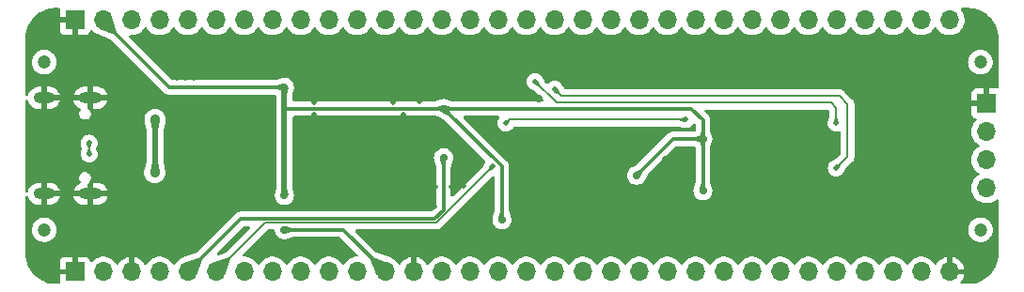
<source format=gbl>
%TF.GenerationSoftware,KiCad,Pcbnew,7.0.11*%
%TF.CreationDate,2024-04-13T18:05:42+08:00*%
%TF.ProjectId,UINIO-MCU-GD32F350RBT6,55494e49-4f2d-44d4-9355-2d4744333246,Version 3.3.0*%
%TF.SameCoordinates,PX6853c38PY56b895f*%
%TF.FileFunction,Copper,L2,Bot*%
%TF.FilePolarity,Positive*%
%FSLAX46Y46*%
G04 Gerber Fmt 4.6, Leading zero omitted, Abs format (unit mm)*
G04 Created by KiCad (PCBNEW 7.0.11) date 2024-04-13 18:05:42*
%MOMM*%
%LPD*%
G01*
G04 APERTURE LIST*
%TA.AperFunction,ComponentPad*%
%ADD10C,1.200000*%
%TD*%
%TA.AperFunction,ComponentPad*%
%ADD11O,2.100000X1.000000*%
%TD*%
%TA.AperFunction,ComponentPad*%
%ADD12O,1.900000X1.000000*%
%TD*%
%TA.AperFunction,ComponentPad*%
%ADD13R,1.700000X1.700000*%
%TD*%
%TA.AperFunction,ComponentPad*%
%ADD14O,1.700000X1.700000*%
%TD*%
%TA.AperFunction,ViaPad*%
%ADD15C,0.500000*%
%TD*%
%TA.AperFunction,ViaPad*%
%ADD16C,0.700000*%
%TD*%
%TA.AperFunction,ViaPad*%
%ADD17C,0.900000*%
%TD*%
%TA.AperFunction,Conductor*%
%ADD18C,0.500000*%
%TD*%
%TA.AperFunction,Conductor*%
%ADD19C,0.300000*%
%TD*%
%TA.AperFunction,Conductor*%
%ADD20C,0.200000*%
%TD*%
G04 APERTURE END LIST*
D10*
%TO.P,HOLE1,*%
%TO.N,*%
X83235000Y-20256401D03*
%TD*%
%TO.P,HOLE3,*%
%TO.N,*%
X-1065000Y-20256401D03*
%TD*%
%TO.P,HOLE2,*%
%TO.N,*%
X83225000Y-5146401D03*
%TD*%
D11*
%TO.P,USB1,13,GND*%
%TO.N,GND*%
X3114000Y-8375000D03*
%TO.P,USB1,14,GND*%
X3114000Y-17025000D03*
D12*
%TO.P,USB1,15,GND*%
X-1086000Y-8375000D03*
%TO.P,USB1,16,GND*%
X-1086000Y-17025000D03*
%TD*%
D13*
%TO.P,J3,1,Pin_1*%
%TO.N,GND*%
X83785000Y-8886401D03*
D14*
%TO.P,J3,2,Pin_2*%
%TO.N,/PA14{slash}SWCLK*%
X83785000Y-11426401D03*
%TO.P,J3,3,Pin_3*%
%TO.N,/PA13{slash}SWDIO*%
X83785000Y-13966401D03*
%TO.P,J3,4,Pin_4*%
%TO.N,/VDD_3.3V*%
X83785000Y-16506401D03*
%TD*%
D10*
%TO.P,HOLE4,*%
%TO.N,*%
X-1065000Y-5146401D03*
%TD*%
D13*
%TO.P,J2,1,Pin_1*%
%TO.N,GND*%
X1705000Y-1346401D03*
D14*
%TO.P,J2,2,Pin_2*%
%TO.N,/VDD_3.3V*%
X4245000Y-1346401D03*
%TO.P,J2,3,Pin_3*%
%TO.N,/PB9*%
X6785000Y-1346401D03*
%TO.P,J2,4,Pin_4*%
%TO.N,/PB8*%
X9325000Y-1346401D03*
%TO.P,J2,5,Pin_5*%
%TO.N,/BOOT0*%
X11865000Y-1346401D03*
%TO.P,J2,6,Pin_6*%
%TO.N,/PB7*%
X14405000Y-1346401D03*
%TO.P,J2,7,Pin_7*%
%TO.N,/PB6*%
X16945000Y-1346401D03*
%TO.P,J2,8,Pin_8*%
%TO.N,/PB5*%
X19485000Y-1346401D03*
%TO.P,J2,9,Pin_9*%
%TO.N,/PB4*%
X22025000Y-1346401D03*
%TO.P,J2,10,Pin_10*%
%TO.N,/PB3*%
X24565000Y-1346401D03*
%TO.P,J2,11,Pin_11*%
%TO.N,/PD2*%
X27105000Y-1346401D03*
%TO.P,J2,12,Pin_12*%
%TO.N,/PC12*%
X29645000Y-1346401D03*
%TO.P,J2,13,Pin_13*%
%TO.N,/PC11*%
X32185000Y-1346401D03*
%TO.P,J2,14,Pin_14*%
%TO.N,/PC10*%
X34725000Y-1346401D03*
%TO.P,J2,15,Pin_15*%
%TO.N,/PA15*%
X37265000Y-1346401D03*
%TO.P,J2,16,Pin_16*%
%TO.N,/PA14{slash}SWCLK*%
X39805000Y-1346401D03*
%TO.P,J2,17,Pin_17*%
%TO.N,/PF7*%
X42345000Y-1346401D03*
%TO.P,J2,18,Pin_18*%
%TO.N,/PF6*%
X44885000Y-1346401D03*
%TO.P,J2,19,Pin_19*%
%TO.N,/PA13{slash}SWDIO*%
X47425000Y-1346401D03*
%TO.P,J2,20,Pin_20*%
%TO.N,/PA12*%
X49965000Y-1346401D03*
%TO.P,J2,21,Pin_21*%
%TO.N,/PA11*%
X52505000Y-1346401D03*
%TO.P,J2,22,Pin_22*%
%TO.N,/PA10*%
X55045000Y-1346401D03*
%TO.P,J2,23,Pin_23*%
%TO.N,/PA9*%
X57585000Y-1346401D03*
%TO.P,J2,24,Pin_24*%
%TO.N,/PA8*%
X60125000Y-1346401D03*
%TO.P,J2,25,Pin_25*%
%TO.N,/PC9*%
X62665000Y-1346401D03*
%TO.P,J2,26,Pin_26*%
%TO.N,/PC8*%
X65205000Y-1346401D03*
%TO.P,J2,27,Pin_27*%
%TO.N,/PC7*%
X67745000Y-1346401D03*
%TO.P,J2,28,Pin_28*%
%TO.N,/PC6*%
X70285000Y-1346401D03*
%TO.P,J2,29,Pin_29*%
%TO.N,/PB15*%
X72825000Y-1346401D03*
%TO.P,J2,30,Pin_30*%
%TO.N,/PB14*%
X75365000Y-1346401D03*
%TO.P,J2,31,Pin_31*%
%TO.N,/PB13*%
X77905000Y-1346401D03*
%TO.P,J2,32,Pin_32*%
%TO.N,/PB12*%
X80445000Y-1346401D03*
%TD*%
D13*
%TO.P,J1,1,Pin_1*%
%TO.N,GND*%
X1705000Y-24056401D03*
D14*
%TO.P,J1,2,Pin_2*%
%TO.N,/VDD_5V*%
X4245000Y-24056401D03*
%TO.P,J1,3,Pin_3*%
%TO.N,GND*%
X6785000Y-24056401D03*
%TO.P,J1,4,Pin_4*%
%TO.N,/VDD_3.3V*%
X9325000Y-24056401D03*
%TO.P,J1,5,Pin_5*%
%TO.N,/VBAT*%
X11865000Y-24056401D03*
%TO.P,J1,6,Pin_6*%
%TO.N,/PC13*%
X14405000Y-24056401D03*
%TO.P,J1,7,Pin_7*%
%TO.N,/NRST*%
X16945000Y-24056401D03*
%TO.P,J1,8,Pin_8*%
%TO.N,/PC0*%
X19485000Y-24056401D03*
%TO.P,J1,9,Pin_9*%
%TO.N,/PC1*%
X22025000Y-24056401D03*
%TO.P,J1,10,Pin_10*%
%TO.N,/PC2*%
X24565000Y-24056401D03*
%TO.P,J1,11,Pin_11*%
%TO.N,/PC3*%
X27105000Y-24056401D03*
%TO.P,J1,12,Pin_12*%
%TO.N,/VDD_3.3V*%
X29645000Y-24056401D03*
%TO.P,J1,13,Pin_13*%
%TO.N,GND*%
X32185000Y-24056401D03*
%TO.P,J1,14,Pin_14*%
%TO.N,/PA0*%
X34725000Y-24056401D03*
%TO.P,J1,15,Pin_15*%
%TO.N,/PA1*%
X37265000Y-24056401D03*
%TO.P,J1,16,Pin_16*%
%TO.N,/PA2*%
X39805000Y-24056401D03*
%TO.P,J1,17,Pin_17*%
%TO.N,/PA3*%
X42345000Y-24056401D03*
%TO.P,J1,18,Pin_18*%
%TO.N,/PF4*%
X44885000Y-24056401D03*
%TO.P,J1,19,Pin_19*%
%TO.N,/PF5*%
X47425000Y-24056401D03*
%TO.P,J1,20,Pin_20*%
%TO.N,/PA4*%
X49965000Y-24056401D03*
%TO.P,J1,21,Pin_21*%
%TO.N,/PA5*%
X52505000Y-24056401D03*
%TO.P,J1,22,Pin_22*%
%TO.N,/PA6*%
X55045000Y-24056401D03*
%TO.P,J1,23,Pin_23*%
%TO.N,/PA7*%
X57585000Y-24056401D03*
%TO.P,J1,24,Pin_24*%
%TO.N,/PC4*%
X60125000Y-24056401D03*
%TO.P,J1,25,Pin_25*%
%TO.N,/PC5*%
X62665000Y-24056401D03*
%TO.P,J1,26,Pin_26*%
%TO.N,/PB0*%
X65205000Y-24056401D03*
%TO.P,J1,27,Pin_27*%
%TO.N,/PB1*%
X67745000Y-24056401D03*
%TO.P,J1,28,Pin_28*%
%TO.N,/PB2*%
X70285000Y-24056401D03*
%TO.P,J1,29,Pin_29*%
%TO.N,/PB10*%
X72825000Y-24056401D03*
%TO.P,J1,30,Pin_30*%
%TO.N,/PB11*%
X75365000Y-24056401D03*
%TO.P,J1,31,Pin_31*%
%TO.N,/VDD_3.3V*%
X77905000Y-24056401D03*
%TO.P,J1,32,Pin_32*%
%TO.N,GND*%
X80445000Y-24056401D03*
%TD*%
D15*
%TO.N,GND*%
X23260000Y-12886401D03*
X32710000Y-8670000D03*
X54825000Y-13866401D03*
X44021000Y-3554401D03*
X13085000Y-21546401D03*
X24740000Y-8180000D03*
X28847500Y-12886401D03*
X30985000Y-18180000D03*
X23750000Y-8180000D03*
X13088261Y-15316401D03*
X44021000Y-21842401D03*
X28700000Y-8180000D03*
X48593000Y-3554401D03*
X27732500Y-14260000D03*
X22214166Y-6560000D03*
X32020000Y-18180000D03*
X17005000Y-10636401D03*
X27730000Y-12886401D03*
X36725000Y-16336401D03*
X42620000Y-14430000D03*
X31310000Y-15610000D03*
X41227000Y-3554401D03*
X29847494Y-6560000D03*
X25076664Y-6560000D03*
X30620000Y-14920000D03*
X16090000Y-10636401D03*
X35620000Y-16356401D03*
X12435000Y-6566401D03*
X63125000Y-19056401D03*
X31600000Y-12243333D03*
X78795000Y-17526401D03*
X28893328Y-6560000D03*
X26984996Y-6560000D03*
X29965000Y-13571401D03*
X52295000Y-13866401D03*
X23168332Y-6560000D03*
X31600000Y-11460000D03*
X24380000Y-14260000D03*
X29690000Y-8180000D03*
X23260000Y-9870000D03*
X15705000Y-21526401D03*
X52305000Y-11596401D03*
X62265000Y-12826401D03*
X26720000Y-8180000D03*
X62230000Y-19056401D03*
X27710000Y-8180000D03*
X61335000Y-19056401D03*
X43665000Y-17496401D03*
X23260000Y-10875467D03*
X31760000Y-7620000D03*
X78795000Y-15106401D03*
X32055000Y-16356401D03*
X27939162Y-6560000D03*
X34170000Y-16356401D03*
X11640000Y-6566401D03*
X24377500Y-12886401D03*
X30801660Y-6560000D03*
D16*
X43455000Y-8456401D03*
D15*
X31310000Y-10660000D03*
X34145000Y-11776401D03*
X18215000Y-21526401D03*
X25497500Y-14260000D03*
X13088261Y-12846401D03*
X23260000Y-16487500D03*
X33112500Y-16356401D03*
X23260000Y-15370000D03*
X23260000Y-17605000D03*
X23260000Y-8800000D03*
X24122498Y-6560000D03*
X78795000Y-12686401D03*
X26030830Y-6560000D03*
X31755826Y-6560000D03*
X28850000Y-14260000D03*
D16*
X11225000Y-17016401D03*
D15*
X43665000Y-11436401D03*
X26615000Y-14260000D03*
X60440000Y-19056401D03*
X48339000Y-21842401D03*
X33055000Y-18180000D03*
X25730000Y-8180000D03*
X10845000Y-6566401D03*
X26612500Y-12886401D03*
X34090000Y-18180000D03*
X31310000Y-9860000D03*
X29965000Y-12886401D03*
X23260000Y-11880934D03*
X32420000Y-13810000D03*
X23262500Y-14260000D03*
X21260000Y-6560000D03*
X64020000Y-19056401D03*
X25495000Y-12886401D03*
X30330000Y-8810000D03*
X70955000Y-15596401D03*
X32710000Y-6560000D03*
X31600000Y-13026666D03*
X31600000Y-13810000D03*
X15175000Y-10636401D03*
X32710000Y-7615000D03*
X29965000Y-14256401D03*
X13095000Y-17546401D03*
D17*
%TO.N,/VDD_5V*%
X8895000Y-15096401D03*
X8915000Y-10316401D03*
D15*
%TO.N,/BOOT0*%
X40519000Y-10662401D03*
X56705000Y-10331401D03*
D16*
%TO.N,/VDD_3.3V*%
X20565000Y-20266401D03*
X20565000Y-17176401D03*
X20565000Y-7431401D03*
X34895000Y-9336401D03*
X40141792Y-19351790D03*
X58245000Y-16746401D03*
X58245000Y-12076401D03*
X52280000Y-15360000D03*
%TO.N,/VBAT*%
X34890000Y-13786401D03*
D15*
%TO.N,/PC13*%
X39301831Y-14556863D03*
%TO.N,/PA14{slash}SWCLK*%
X43120000Y-6881401D03*
X70245000Y-10646401D03*
%TO.N,/PA13{slash}SWDIO*%
X70255000Y-14706401D03*
X44912750Y-7604151D03*
%TO.N,/USB_Data+*%
X2975553Y-13446401D03*
X2975000Y-12450000D03*
%TD*%
D18*
%TO.N,GND*%
X9612198Y-17016401D02*
X9603599Y-17025000D01*
X3114000Y-17025000D02*
X-1086000Y-17025000D01*
X9603599Y-17025000D02*
X3114000Y-17025000D01*
X-1086000Y-17025000D02*
X-1086000Y-8375000D01*
X11225000Y-17016401D02*
X9612198Y-17016401D01*
D19*
X12485000Y-9066401D02*
X11660000Y-8241401D01*
X11660000Y-8241401D02*
X3124000Y-8241401D01*
D18*
X-1086000Y-8375000D02*
X3114000Y-8375000D01*
D19*
X12485000Y-12796401D02*
X12485000Y-9066401D01*
D18*
%TO.N,/VDD_5V*%
X8915000Y-15076401D02*
X8895000Y-15096401D01*
X8915000Y-10316401D02*
X8915000Y-15076401D01*
D20*
%TO.N,/BOOT0*%
X56700000Y-10326401D02*
X40855000Y-10326401D01*
X40855000Y-10326401D02*
X40519000Y-10662401D01*
X56705000Y-10331401D02*
X56700000Y-10326401D01*
D19*
%TO.N,/VDD_3.3V*%
X55563599Y-12076401D02*
X58245000Y-12076401D01*
D18*
X20565000Y-9516401D02*
X20565000Y-7431401D01*
D19*
X20565000Y-20266401D02*
X20575000Y-20256401D01*
X40141792Y-19351790D02*
X40140000Y-19349998D01*
X52280000Y-15360000D02*
X55563599Y-12076401D01*
X58245000Y-16746401D02*
X58245000Y-12076401D01*
X34906401Y-9336401D02*
X34895000Y-9336401D01*
X10182893Y-7416401D02*
X4245000Y-1478508D01*
X57205000Y-9336401D02*
X34895000Y-9336401D01*
X20691401Y-9336401D02*
X34895000Y-9336401D01*
X25845000Y-20256401D02*
X29645000Y-24056401D01*
X20575000Y-20256401D02*
X25845000Y-20256401D01*
X58245000Y-10376401D02*
X57205000Y-9336401D01*
X20565000Y-9210000D02*
X20691401Y-9336401D01*
X20555000Y-7416401D02*
X10182893Y-7416401D01*
D18*
X20565000Y-17176401D02*
X20565000Y-9516401D01*
D19*
X58245000Y-12076401D02*
X58245000Y-10376401D01*
X40140000Y-14570000D02*
X34906401Y-9336401D01*
X40140000Y-19349998D02*
X40140000Y-14570000D01*
X20565000Y-9516401D02*
X20565000Y-9210000D01*
%TO.N,/VBAT*%
X34890000Y-18476427D02*
X34080026Y-19286401D01*
X16635000Y-19286401D02*
X11865000Y-24056401D01*
X34890000Y-13786401D02*
X34890000Y-18476427D01*
X34080026Y-19286401D02*
X16635000Y-19286401D01*
D20*
%TO.N,/PC13*%
X34225000Y-19636401D02*
X18815000Y-19636401D01*
X39301831Y-14559570D02*
X34225000Y-19636401D01*
X18815000Y-19636401D02*
X14405000Y-24046401D01*
X39301831Y-14556863D02*
X39301831Y-14559570D01*
%TO.N,/PA14{slash}SWCLK*%
X43120000Y-6881401D02*
X45055000Y-8816401D01*
X45055000Y-8816401D02*
X69780736Y-8816401D01*
X69780736Y-8816401D02*
X70245000Y-9280665D01*
X70245000Y-9280665D02*
X70245000Y-10646401D01*
%TO.N,/PA13{slash}SWDIO*%
X70545000Y-8216401D02*
X45525000Y-8216401D01*
X70255000Y-14706401D02*
X71275000Y-13686401D01*
X45525000Y-8216401D02*
X44912750Y-7604151D01*
X71275000Y-8946401D02*
X70545000Y-8216401D01*
X71275000Y-13686401D02*
X71275000Y-8946401D01*
%TO.N,/USB_Data+*%
X2975553Y-12450553D02*
X2975553Y-13446401D01*
X2975000Y-12450000D02*
X2975553Y-12450553D01*
%TD*%
%TA.AperFunction,Conductor*%
%TO.N,GND*%
G36*
X305288Y-270185D02*
G01*
X351043Y-322989D01*
X361538Y-387756D01*
X355000Y-448556D01*
X355000Y-1096401D01*
X1271314Y-1096401D01*
X1245507Y-1136557D01*
X1205000Y-1274512D01*
X1205000Y-1418290D01*
X1245507Y-1556245D01*
X1271314Y-1596401D01*
X355000Y-1596401D01*
X355000Y-2244245D01*
X361401Y-2303773D01*
X361403Y-2303780D01*
X411645Y-2438487D01*
X411649Y-2438494D01*
X497809Y-2553588D01*
X497812Y-2553591D01*
X612906Y-2639751D01*
X612913Y-2639755D01*
X747620Y-2689997D01*
X747627Y-2689999D01*
X807155Y-2696400D01*
X807172Y-2696401D01*
X1455000Y-2696401D01*
X1455000Y-1781902D01*
X1562685Y-1831081D01*
X1669237Y-1846401D01*
X1740763Y-1846401D01*
X1847315Y-1831081D01*
X1955000Y-1781902D01*
X1955000Y-2696401D01*
X2602828Y-2696401D01*
X2602844Y-2696400D01*
X2662372Y-2689999D01*
X2662379Y-2689997D01*
X2797086Y-2639755D01*
X2797093Y-2639751D01*
X2912187Y-2553591D01*
X2912190Y-2553588D01*
X2998350Y-2438494D01*
X2998354Y-2438487D01*
X3044681Y-2314278D01*
X3086552Y-2258344D01*
X3152016Y-2233927D01*
X3220289Y-2248778D01*
X3252089Y-2273624D01*
X3321760Y-2349307D01*
X3499424Y-2487590D01*
X3697426Y-2594743D01*
X3703994Y-2596997D01*
X3723830Y-2606320D01*
X3723933Y-2606122D01*
X3727871Y-2608155D01*
X3953386Y-2704901D01*
X4649374Y-3003480D01*
X4959039Y-3136326D01*
X4997833Y-3162601D01*
X9656173Y-7820941D01*
X9666323Y-7833609D01*
X9666499Y-7833465D01*
X9671473Y-7839477D01*
X9723165Y-7888019D01*
X9725964Y-7890732D01*
X9746555Y-7911324D01*
X9750135Y-7914101D01*
X9759017Y-7921687D01*
X9792757Y-7953371D01*
X9792759Y-7953372D01*
X9792760Y-7953373D01*
X9811696Y-7963783D01*
X9827942Y-7974454D01*
X9845025Y-7987705D01*
X9845030Y-7987707D01*
X9887507Y-8006089D01*
X9897998Y-8011228D01*
X9938556Y-8033525D01*
X9954716Y-8037673D01*
X9959476Y-8038896D01*
X9977879Y-8045196D01*
X9997717Y-8053781D01*
X10043446Y-8061022D01*
X10054872Y-8063389D01*
X10099705Y-8074901D01*
X10121312Y-8074901D01*
X10140709Y-8076427D01*
X10162045Y-8079807D01*
X10208128Y-8075450D01*
X10219796Y-8074901D01*
X19680671Y-8074901D01*
X19747710Y-8094586D01*
X19793465Y-8147390D01*
X19803425Y-8181367D01*
X19805254Y-8194172D01*
X19806500Y-8211706D01*
X19806500Y-16396092D01*
X19805254Y-16413628D01*
X19724451Y-16979243D01*
X19721831Y-16990537D01*
X19721986Y-16990570D01*
X19720634Y-16996929D01*
X19717283Y-17028809D01*
X19716717Y-17033377D01*
X19708563Y-17090462D01*
X19704755Y-17125819D01*
X19704637Y-17127449D01*
X19704637Y-17127450D01*
X19704816Y-17138826D01*
X19704152Y-17153733D01*
X19701771Y-17176396D01*
X19701771Y-17176404D01*
X19705483Y-17211734D01*
X19705703Y-17215353D01*
X19706277Y-17219698D01*
X19706665Y-17222970D01*
X19720635Y-17355878D01*
X19720636Y-17355880D01*
X19771993Y-17513943D01*
X19776401Y-17527508D01*
X19866633Y-17683794D01*
X19897000Y-17717520D01*
X19987381Y-17817900D01*
X19987384Y-17817902D01*
X19987387Y-17817905D01*
X20105688Y-17903856D01*
X20133385Y-17923979D01*
X20298242Y-17997379D01*
X20298248Y-17997381D01*
X20474768Y-18034901D01*
X20474769Y-18034901D01*
X20655231Y-18034901D01*
X20655232Y-18034901D01*
X20831752Y-17997381D01*
X20831754Y-17997379D01*
X20831757Y-17997379D01*
X20887288Y-17972654D01*
X20996615Y-17923979D01*
X21142613Y-17817905D01*
X21263367Y-17683794D01*
X21353599Y-17527508D01*
X21409365Y-17355876D01*
X21428229Y-17176401D01*
X21422100Y-17118103D01*
X21421422Y-17105026D01*
X21421429Y-17097506D01*
X21421436Y-17090465D01*
X21413282Y-17033389D01*
X21412722Y-17028875D01*
X21409365Y-16996926D01*
X21409363Y-16996922D01*
X21408013Y-16990568D01*
X21408168Y-16990534D01*
X21405544Y-16979228D01*
X21324774Y-16413827D01*
X21324769Y-16413796D01*
X21324746Y-16413635D01*
X21323500Y-16396099D01*
X21323500Y-10118901D01*
X21343185Y-10051862D01*
X21395989Y-10006107D01*
X21447500Y-9994901D01*
X34083246Y-9994901D01*
X34119557Y-10000337D01*
X34556539Y-10134164D01*
X34576869Y-10142421D01*
X34979536Y-10349207D01*
X35010570Y-10371830D01*
X38640783Y-14002043D01*
X38674268Y-14063366D01*
X38669284Y-14133058D01*
X38658096Y-14155696D01*
X38614120Y-14225683D01*
X38611099Y-14231956D01*
X38611078Y-14231946D01*
X38609534Y-14235575D01*
X38459644Y-14532425D01*
X38436635Y-14564215D01*
X35760181Y-17240670D01*
X35698858Y-17274155D01*
X35629166Y-17269171D01*
X35573233Y-17227299D01*
X35548816Y-17161835D01*
X35548500Y-17152989D01*
X35548500Y-14598156D01*
X35553936Y-14561845D01*
X35561681Y-14536556D01*
X35701243Y-14080847D01*
X35709137Y-14052120D01*
X35709138Y-14052106D01*
X35710102Y-14046881D01*
X35710358Y-14046928D01*
X35714507Y-14026991D01*
X35734365Y-13965876D01*
X35753229Y-13786401D01*
X35734365Y-13606926D01*
X35678599Y-13435294D01*
X35588367Y-13279008D01*
X35517399Y-13200190D01*
X35467618Y-13144901D01*
X35467615Y-13144899D01*
X35467614Y-13144898D01*
X35467613Y-13144897D01*
X35321615Y-13038823D01*
X35321614Y-13038822D01*
X35156757Y-12965422D01*
X35156751Y-12965420D01*
X35017751Y-12935875D01*
X34980232Y-12927901D01*
X34799768Y-12927901D01*
X34774767Y-12933215D01*
X34623248Y-12965420D01*
X34623242Y-12965422D01*
X34458386Y-13038822D01*
X34458381Y-13038825D01*
X34312388Y-13144895D01*
X34312381Y-13144901D01*
X34191632Y-13279009D01*
X34101400Y-13435295D01*
X34045635Y-13606924D01*
X34027698Y-13777584D01*
X34026771Y-13786401D01*
X34045635Y-13965876D01*
X34070749Y-14043172D01*
X34071794Y-14046386D01*
X34076386Y-14065628D01*
X34078755Y-14080846D01*
X34226064Y-14561847D01*
X34231500Y-14598158D01*
X34231500Y-18152305D01*
X34211815Y-18219344D01*
X34195181Y-18239986D01*
X33843585Y-18591582D01*
X33782262Y-18625067D01*
X33755904Y-18627901D01*
X16721391Y-18627901D01*
X16705248Y-18626118D01*
X16705227Y-18626346D01*
X16697465Y-18625612D01*
X16697463Y-18625612D01*
X16626581Y-18627840D01*
X16622685Y-18627901D01*
X16593568Y-18627901D01*
X16593565Y-18627901D01*
X16593549Y-18627902D01*
X16589061Y-18628469D01*
X16577433Y-18629384D01*
X16531173Y-18630838D01*
X16531163Y-18630840D01*
X16510422Y-18636865D01*
X16491382Y-18640808D01*
X16469946Y-18643517D01*
X16469931Y-18643520D01*
X16426893Y-18660559D01*
X16415850Y-18664340D01*
X16371399Y-18677256D01*
X16352808Y-18688251D01*
X16335339Y-18696809D01*
X16315246Y-18704765D01*
X16315245Y-18704765D01*
X16315244Y-18704766D01*
X16296789Y-18718173D01*
X16277796Y-18731973D01*
X16268036Y-18738384D01*
X16228192Y-18761947D01*
X16212913Y-18777227D01*
X16198127Y-18789856D01*
X16184796Y-18799542D01*
X16180640Y-18802562D01*
X16151134Y-18838228D01*
X16143273Y-18846866D01*
X12708225Y-22281914D01*
X12663355Y-22310608D01*
X11373893Y-22784960D01*
X11363587Y-22788877D01*
X11363196Y-22789030D01*
X11342161Y-22798837D01*
X11330036Y-22803729D01*
X11317430Y-22808057D01*
X11317424Y-22808059D01*
X11119427Y-22915209D01*
X11119422Y-22915213D01*
X10941761Y-23053493D01*
X10941756Y-23053498D01*
X10789284Y-23219124D01*
X10789276Y-23219135D01*
X10698808Y-23357607D01*
X10645662Y-23402963D01*
X10576431Y-23412387D01*
X10513095Y-23382885D01*
X10491192Y-23357607D01*
X10400723Y-23219135D01*
X10400715Y-23219124D01*
X10248243Y-23053498D01*
X10248238Y-23053493D01*
X10070577Y-22915213D01*
X10070572Y-22915209D01*
X9872580Y-22808062D01*
X9872577Y-22808060D01*
X9872574Y-22808059D01*
X9872571Y-22808058D01*
X9872569Y-22808057D01*
X9659637Y-22734957D01*
X9437569Y-22697901D01*
X9212431Y-22697901D01*
X8990362Y-22734957D01*
X8777430Y-22808057D01*
X8777419Y-22808062D01*
X8579427Y-22915209D01*
X8579422Y-22915213D01*
X8401761Y-23053493D01*
X8401756Y-23053498D01*
X8249284Y-23219124D01*
X8249276Y-23219135D01*
X8155251Y-23363051D01*
X8102105Y-23408408D01*
X8032873Y-23417831D01*
X7969538Y-23388329D01*
X7949868Y-23366352D01*
X7823113Y-23185327D01*
X7823108Y-23185321D01*
X7656082Y-23018295D01*
X7462578Y-22882800D01*
X7248492Y-22782971D01*
X7248486Y-22782968D01*
X7035000Y-22725765D01*
X7035000Y-23620899D01*
X6927315Y-23571721D01*
X6820763Y-23556401D01*
X6749237Y-23556401D01*
X6642685Y-23571721D01*
X6535000Y-23620899D01*
X6535000Y-22725765D01*
X6534999Y-22725765D01*
X6321513Y-22782968D01*
X6321507Y-22782971D01*
X6107422Y-22882800D01*
X6107420Y-22882801D01*
X5913926Y-23018287D01*
X5913920Y-23018292D01*
X5746891Y-23185321D01*
X5746890Y-23185323D01*
X5620131Y-23366353D01*
X5565554Y-23409978D01*
X5496055Y-23417170D01*
X5433701Y-23385648D01*
X5414752Y-23363057D01*
X5320722Y-23219133D01*
X5320715Y-23219126D01*
X5320715Y-23219124D01*
X5168243Y-23053498D01*
X5168238Y-23053493D01*
X4990577Y-22915213D01*
X4990572Y-22915209D01*
X4792580Y-22808062D01*
X4792577Y-22808060D01*
X4792574Y-22808059D01*
X4792571Y-22808058D01*
X4792569Y-22808057D01*
X4579637Y-22734957D01*
X4357569Y-22697901D01*
X4132431Y-22697901D01*
X3910362Y-22734957D01*
X3697430Y-22808057D01*
X3697419Y-22808062D01*
X3499427Y-22915209D01*
X3499422Y-22915213D01*
X3321761Y-23053493D01*
X3252092Y-23129174D01*
X3192205Y-23165164D01*
X3122367Y-23163063D01*
X3064751Y-23123538D01*
X3044681Y-23088523D01*
X2998354Y-22964314D01*
X2998350Y-22964307D01*
X2912190Y-22849213D01*
X2912187Y-22849210D01*
X2797093Y-22763050D01*
X2797086Y-22763046D01*
X2662379Y-22712804D01*
X2662372Y-22712802D01*
X2602844Y-22706401D01*
X1955000Y-22706401D01*
X1955000Y-23620899D01*
X1847315Y-23571721D01*
X1740763Y-23556401D01*
X1669237Y-23556401D01*
X1562685Y-23571721D01*
X1455000Y-23620899D01*
X1455000Y-22706401D01*
X807155Y-22706401D01*
X747627Y-22712802D01*
X747620Y-22712804D01*
X612913Y-22763046D01*
X612906Y-22763050D01*
X497812Y-22849210D01*
X497809Y-22849213D01*
X411649Y-22964307D01*
X411645Y-22964314D01*
X361403Y-23099021D01*
X361401Y-23099028D01*
X355000Y-23158556D01*
X355000Y-23806401D01*
X1271314Y-23806401D01*
X1245507Y-23846557D01*
X1205000Y-23984512D01*
X1205000Y-24128290D01*
X1245507Y-24266245D01*
X1271314Y-24306401D01*
X355000Y-24306401D01*
X355000Y-24954245D01*
X361237Y-25012244D01*
X348832Y-25081003D01*
X301223Y-25132141D01*
X237948Y-25149500D01*
X3481Y-25149500D01*
X-3472Y-25149305D01*
X-300894Y-25132602D01*
X-314712Y-25131045D01*
X-604954Y-25081730D01*
X-618511Y-25078636D01*
X-901414Y-24997133D01*
X-914538Y-24992540D01*
X-1186528Y-24879879D01*
X-1199057Y-24873846D01*
X-1456727Y-24731436D01*
X-1468501Y-24724038D01*
X-1708605Y-24553676D01*
X-1719477Y-24545006D01*
X-1938998Y-24348830D01*
X-1948831Y-24338997D01*
X-2145015Y-24119466D01*
X-2153675Y-24108605D01*
X-2324041Y-23868497D01*
X-2331428Y-23856742D01*
X-2473850Y-23599049D01*
X-2479876Y-23586535D01*
X-2592543Y-23314534D01*
X-2597135Y-23301410D01*
X-2620841Y-23219124D01*
X-2678638Y-23018505D01*
X-2681730Y-23004955D01*
X-2696978Y-22915212D01*
X-2731047Y-22714701D01*
X-2732601Y-22700902D01*
X-2744657Y-22486220D01*
X-2749305Y-22403449D01*
X-2749500Y-22396497D01*
X-2749500Y-20256404D01*
X-2178249Y-20256404D01*
X-2171321Y-20331177D01*
X-2170933Y-20336714D01*
X-2167209Y-20414871D01*
X-2167208Y-20414876D01*
X-2163445Y-20430387D01*
X-2160479Y-20448175D01*
X-2159294Y-20460960D01*
X-2142799Y-20518936D01*
X-2137800Y-20536503D01*
X-2136562Y-20541203D01*
X-2117299Y-20620602D01*
X-2117298Y-20620607D01*
X-2112109Y-20631969D01*
X-2105641Y-20649535D01*
X-2103078Y-20658542D01*
X-2103072Y-20658558D01*
X-2066524Y-20731955D01*
X-2064730Y-20735715D01*
X-2029359Y-20813166D01*
X-2029353Y-20813177D01*
X-2024121Y-20820524D01*
X-2014132Y-20837172D01*
X-2011504Y-20842449D01*
X-2011502Y-20842453D01*
X-1990806Y-20869858D01*
X-1962077Y-20907902D01*
X-1960011Y-20910637D01*
X-1957958Y-20913436D01*
X-1906557Y-20985619D01*
X-1906555Y-20985620D01*
X-1902541Y-20989448D01*
X-1889163Y-21004458D01*
X-1887708Y-21006384D01*
X-1887705Y-21006388D01*
X-1887702Y-21006390D01*
X-1887701Y-21006392D01*
X-1821960Y-21066323D01*
X-1819967Y-21068181D01*
X-1787793Y-21098859D01*
X-1753346Y-21131704D01*
X-1751602Y-21132825D01*
X-1740481Y-21141371D01*
X-1740456Y-21141339D01*
X-1735881Y-21144794D01*
X-1657315Y-21193440D01*
X-1655598Y-21194523D01*
X-1575254Y-21246157D01*
X-1575252Y-21246158D01*
X-1570000Y-21248866D01*
X-1570034Y-21248930D01*
X-1566512Y-21250709D01*
X-1566350Y-21250385D01*
X-1561227Y-21252935D01*
X-1561218Y-21252941D01*
X-1512667Y-21271749D01*
X-1471840Y-21287565D01*
X-1470612Y-21288048D01*
X-1427246Y-21305410D01*
X-1378722Y-21324837D01*
X-1376753Y-21325414D01*
X-1370660Y-21326866D01*
X-1369661Y-21327150D01*
X-1369660Y-21327150D01*
X-1369655Y-21327152D01*
X-1271828Y-21345438D01*
X-1271717Y-21345459D01*
X-1170849Y-21364901D01*
X-1170844Y-21364901D01*
X-962284Y-21364901D01*
X-962282Y-21364901D01*
X-915603Y-21356174D01*
X-904651Y-21354630D01*
X-854261Y-21349820D01*
X-812349Y-21337513D01*
X-800214Y-21334604D01*
X-760345Y-21327152D01*
X-712873Y-21308761D01*
X-703014Y-21305410D01*
X-672128Y-21296340D01*
X-651138Y-21290178D01*
X-638606Y-21283716D01*
X-615391Y-21271749D01*
X-603366Y-21266338D01*
X-568782Y-21252941D01*
X-522543Y-21224310D01*
X-514081Y-21219519D01*
X-465651Y-21194552D01*
X-462974Y-21193172D01*
X-434078Y-21170447D01*
X-422718Y-21162500D01*
X-394118Y-21144793D01*
X-351367Y-21105818D01*
X-344506Y-21100007D01*
X-296568Y-21062309D01*
X-274769Y-21037150D01*
X-264595Y-21026717D01*
X-250622Y-21013979D01*
X-242299Y-21006392D01*
X-205346Y-20957456D01*
X-200136Y-20951019D01*
X-157935Y-20902319D01*
X-143011Y-20876467D01*
X-134592Y-20863762D01*
X-118497Y-20842451D01*
X-89636Y-20784489D01*
X-86023Y-20777761D01*
X-83733Y-20773794D01*
X-52087Y-20718983D01*
X-43463Y-20694062D01*
X-37291Y-20679366D01*
X-26926Y-20658553D01*
X-8255Y-20592928D01*
X-6173Y-20586322D01*
X17150Y-20518936D01*
X17153Y-20518928D01*
X20412Y-20496258D01*
X23878Y-20479991D01*
X29294Y-20460960D01*
X35906Y-20389600D01*
X36638Y-20383404D01*
X43352Y-20336714D01*
X47281Y-20309385D01*
X46356Y-20289979D01*
X46743Y-20272639D01*
X48249Y-20256401D01*
X41318Y-20181615D01*
X40930Y-20176080D01*
X40772Y-20172770D01*
X37208Y-20097927D01*
X33441Y-20082403D01*
X30478Y-20064630D01*
X29294Y-20051842D01*
X7783Y-19976241D01*
X6556Y-19971583D01*
X771Y-19947735D01*
X-12702Y-19892197D01*
X-17893Y-19880831D01*
X-24364Y-19863254D01*
X-24540Y-19862636D01*
X-26926Y-19854249D01*
X-63489Y-19780822D01*
X-65284Y-19777060D01*
X-100645Y-19699628D01*
X-105879Y-19692278D01*
X-115871Y-19675625D01*
X-118497Y-19670351D01*
X-169998Y-19602153D01*
X-172044Y-19599364D01*
X-223441Y-19527186D01*
X-223446Y-19527181D01*
X-227454Y-19523359D01*
X-240847Y-19508332D01*
X-242292Y-19506419D01*
X-242295Y-19506415D01*
X-242296Y-19506414D01*
X-242299Y-19506410D01*
X-308087Y-19446437D01*
X-309998Y-19444654D01*
X-376654Y-19381098D01*
X-376657Y-19381095D01*
X-378399Y-19379976D01*
X-389520Y-19371430D01*
X-389544Y-19371463D01*
X-394123Y-19368005D01*
X-472673Y-19319368D01*
X-474433Y-19318258D01*
X-554742Y-19266647D01*
X-560001Y-19263936D01*
X-559968Y-19263871D01*
X-563488Y-19262093D01*
X-563649Y-19262417D01*
X-568787Y-19259858D01*
X-658117Y-19225252D01*
X-659409Y-19224744D01*
X-751278Y-19187965D01*
X-753239Y-19187389D01*
X-759320Y-19185941D01*
X-760340Y-19185651D01*
X-857983Y-19167397D01*
X-858663Y-19167268D01*
X-959150Y-19147901D01*
X-959151Y-19147901D01*
X-962282Y-19147901D01*
X-1167718Y-19147901D01*
X-1167724Y-19147901D01*
X-1214386Y-19156623D01*
X-1225378Y-19158172D01*
X-1275735Y-19162981D01*
X-1275739Y-19162981D01*
X-1275739Y-19162982D01*
X-1307522Y-19172314D01*
X-1317654Y-19175289D01*
X-1329800Y-19178199D01*
X-1369649Y-19185648D01*
X-1369662Y-19185652D01*
X-1417134Y-19204042D01*
X-1426989Y-19207392D01*
X-1478860Y-19222623D01*
X-1514611Y-19241053D01*
X-1526629Y-19246460D01*
X-1561219Y-19259861D01*
X-1561220Y-19259861D01*
X-1607460Y-19288492D01*
X-1615915Y-19293279D01*
X-1667023Y-19319627D01*
X-1695918Y-19342350D01*
X-1707286Y-19350302D01*
X-1735885Y-19368010D01*
X-1778625Y-19406972D01*
X-1785506Y-19412801D01*
X-1833435Y-19450494D01*
X-1855237Y-19475654D01*
X-1865402Y-19486079D01*
X-1887699Y-19506407D01*
X-1924634Y-19555316D01*
X-1929873Y-19561788D01*
X-1972064Y-19610480D01*
X-1986986Y-19636326D01*
X-1995413Y-19649042D01*
X-2011503Y-19670351D01*
X-2011504Y-19670352D01*
X-2011504Y-19670353D01*
X-2011509Y-19670361D01*
X-2040368Y-19728315D01*
X-2043978Y-19735038D01*
X-2077912Y-19793815D01*
X-2086536Y-19818732D01*
X-2092712Y-19833437D01*
X-2103072Y-19854243D01*
X-2103077Y-19854257D01*
X-2121744Y-19919860D01*
X-2123828Y-19926478D01*
X-2147154Y-19993876D01*
X-2150413Y-20016538D01*
X-2153881Y-20032810D01*
X-2159294Y-20051838D01*
X-2165907Y-20123197D01*
X-2166640Y-20129400D01*
X-2177281Y-20203411D01*
X-2177281Y-20203416D01*
X-2176357Y-20222835D01*
X-2176745Y-20240167D01*
X-2178249Y-20256404D01*
X-2749500Y-20256404D01*
X-2749500Y-17319605D01*
X-2729815Y-17252566D01*
X-2677011Y-17206811D01*
X-2607853Y-17196867D01*
X-2544297Y-17225892D01*
X-2509218Y-17276540D01*
X-2438435Y-17467665D01*
X-2330851Y-17640267D01*
X-2190736Y-17787668D01*
X-2190734Y-17787669D01*
X-2023805Y-17903856D01*
X-1836908Y-17984059D01*
X-1637690Y-18025000D01*
X-1336000Y-18025000D01*
X-1336000Y-17325000D01*
X-836000Y-17325000D01*
X-836000Y-18025000D01*
X-585287Y-18025000D01*
X-433662Y-18009581D01*
X-239619Y-17948700D01*
X-239609Y-17948695D01*
X-61785Y-17849994D01*
X-61784Y-17849994D01*
X92530Y-17717521D01*
X92531Y-17717520D01*
X217018Y-17556695D01*
X306588Y-17374093D01*
X332246Y-17275000D01*
X1590634Y-17275000D01*
X1590931Y-17276946D01*
X1590933Y-17276952D01*
X1661562Y-17467657D01*
X1661565Y-17467664D01*
X1769149Y-17640267D01*
X1909264Y-17787668D01*
X1909266Y-17787669D01*
X2076195Y-17903856D01*
X2263092Y-17984059D01*
X2462310Y-18025000D01*
X2864000Y-18025000D01*
X2864000Y-17325000D01*
X3364000Y-17325000D01*
X3364000Y-18025000D01*
X3714713Y-18025000D01*
X3866338Y-18009581D01*
X4060381Y-17948700D01*
X4060391Y-17948695D01*
X4238215Y-17849994D01*
X4238216Y-17849994D01*
X4392530Y-17717521D01*
X4392531Y-17717520D01*
X4517018Y-17556695D01*
X4606588Y-17374093D01*
X4632246Y-17275000D01*
X3880111Y-17275000D01*
X3919610Y-17250543D01*
X3987201Y-17161038D01*
X4017895Y-17053160D01*
X4007546Y-16941479D01*
X3957552Y-16841078D01*
X3885069Y-16775000D01*
X4637366Y-16775000D01*
X4637068Y-16773053D01*
X4637066Y-16773047D01*
X4566437Y-16582342D01*
X4566434Y-16582335D01*
X4458850Y-16409732D01*
X4318735Y-16262331D01*
X4318733Y-16262330D01*
X4151804Y-16146143D01*
X3964907Y-16065940D01*
X3765690Y-16025000D01*
X3364000Y-16025000D01*
X3364000Y-16725000D01*
X2864000Y-16725000D01*
X2864000Y-16123024D01*
X2883685Y-16055985D01*
X2909742Y-16026839D01*
X3001665Y-15952054D01*
X3084971Y-15834037D01*
X3118013Y-15741065D01*
X3133345Y-15697925D01*
X3133345Y-15697923D01*
X3133346Y-15697921D01*
X3143204Y-15553801D01*
X3113814Y-15412366D01*
X3047354Y-15284105D01*
X3047351Y-15284102D01*
X3047350Y-15284100D01*
X2948754Y-15178530D01*
X2825330Y-15103475D01*
X2825329Y-15103474D01*
X2825328Y-15103474D01*
X2800084Y-15096401D01*
X7931862Y-15096401D01*
X7950368Y-15284302D01*
X8005177Y-15464979D01*
X8094176Y-15631486D01*
X8094180Y-15631493D01*
X8213958Y-15777442D01*
X8359907Y-15897220D01*
X8359914Y-15897224D01*
X8501359Y-15972827D01*
X8526423Y-15986224D01*
X8707101Y-16041033D01*
X8895000Y-16059539D01*
X9082899Y-16041033D01*
X9263577Y-15986224D01*
X9430091Y-15897221D01*
X9576041Y-15777442D01*
X9695820Y-15631492D01*
X9784823Y-15464978D01*
X9839632Y-15284300D01*
X9858138Y-15096401D01*
X9839632Y-14908502D01*
X9816323Y-14831668D01*
X9813339Y-14817715D01*
X9813120Y-14817760D01*
X9810424Y-14804373D01*
X9754889Y-14528568D01*
X9675940Y-14136480D01*
X9673500Y-14112003D01*
X9673500Y-11310025D01*
X9676596Y-11282490D01*
X9677765Y-11277359D01*
X9829237Y-10612240D01*
X9831587Y-10601382D01*
X9831587Y-10601379D01*
X9832594Y-10596728D01*
X9832705Y-10596752D01*
X9835596Y-10583533D01*
X9859632Y-10504300D01*
X9878138Y-10316401D01*
X9859632Y-10128502D01*
X9804823Y-9947824D01*
X9800384Y-9939519D01*
X9715823Y-9781315D01*
X9715819Y-9781308D01*
X9596041Y-9635359D01*
X9450092Y-9515581D01*
X9450085Y-9515577D01*
X9283578Y-9426578D01*
X9102901Y-9371769D01*
X8915000Y-9353263D01*
X8727098Y-9371769D01*
X8546421Y-9426578D01*
X8379914Y-9515577D01*
X8379907Y-9515581D01*
X8233958Y-9635359D01*
X8114180Y-9781308D01*
X8114176Y-9781315D01*
X8025177Y-9947822D01*
X7970368Y-10128499D01*
X7951862Y-10316401D01*
X7970367Y-10504298D01*
X7996046Y-10588950D01*
X7999655Y-10607923D01*
X8000088Y-10607857D01*
X8000762Y-10612243D01*
X8085377Y-10983785D01*
X8153403Y-11282490D01*
X8153404Y-11282492D01*
X8156500Y-11310027D01*
X8156500Y-14100401D01*
X8152608Y-14131223D01*
X7984387Y-14786740D01*
X7980193Y-14804374D01*
X7979700Y-14807564D01*
X7975819Y-14824597D01*
X7950368Y-14908501D01*
X7931862Y-15096401D01*
X2800084Y-15096401D01*
X2686228Y-15064500D01*
X2578051Y-15064500D01*
X2578050Y-15064500D01*
X2470889Y-15079229D01*
X2338389Y-15136781D01*
X2338389Y-15136782D01*
X2226338Y-15227943D01*
X2226333Y-15227948D01*
X2143028Y-15345963D01*
X2094654Y-15482074D01*
X2094654Y-15482077D01*
X2094654Y-15482079D01*
X2084796Y-15626199D01*
X2102440Y-15711107D01*
X2114186Y-15767634D01*
X2114187Y-15767636D01*
X2180645Y-15895893D01*
X2180649Y-15895899D01*
X2194188Y-15910396D01*
X2225559Y-15972827D01*
X2218197Y-16042308D01*
X2174439Y-16096778D01*
X2163741Y-16103450D01*
X1989784Y-16200004D01*
X1989783Y-16200005D01*
X1835469Y-16332478D01*
X1835468Y-16332479D01*
X1710981Y-16493304D01*
X1621411Y-16675906D01*
X1595754Y-16775000D01*
X2347889Y-16775000D01*
X2308390Y-16799457D01*
X2240799Y-16888962D01*
X2210105Y-16996840D01*
X2220454Y-17108521D01*
X2270448Y-17208922D01*
X2342931Y-17275000D01*
X1590634Y-17275000D01*
X332246Y-17275000D01*
X-469889Y-17275000D01*
X-430390Y-17250543D01*
X-362799Y-17161038D01*
X-332105Y-17053160D01*
X-342454Y-16941479D01*
X-392448Y-16841078D01*
X-464931Y-16775000D01*
X337366Y-16775000D01*
X337068Y-16773053D01*
X337066Y-16773047D01*
X266437Y-16582342D01*
X266434Y-16582335D01*
X158850Y-16409732D01*
X18735Y-16262331D01*
X18733Y-16262330D01*
X-148196Y-16146143D01*
X-335093Y-16065940D01*
X-534310Y-16025000D01*
X-836000Y-16025000D01*
X-836000Y-16725000D01*
X-1336000Y-16725000D01*
X-1336000Y-16025000D01*
X-1586713Y-16025000D01*
X-1738339Y-16040418D01*
X-1932382Y-16101299D01*
X-1932392Y-16101304D01*
X-2110216Y-16200005D01*
X-2110217Y-16200005D01*
X-2264531Y-16332478D01*
X-2264532Y-16332479D01*
X-2389019Y-16493304D01*
X-2478590Y-16675907D01*
X-2505459Y-16779683D01*
X-2541319Y-16839649D01*
X-2603906Y-16870707D01*
X-2673349Y-16862998D01*
X-2727600Y-16818969D01*
X-2749436Y-16752599D01*
X-2749500Y-16748602D01*
X-2749500Y-12450003D01*
X2211701Y-12450003D01*
X2230837Y-12619848D01*
X2230837Y-12619849D01*
X2250763Y-12676796D01*
X2255895Y-12696548D01*
X2259061Y-12714796D01*
X2259063Y-12714804D01*
X2322647Y-12910222D01*
X2324671Y-12980062D01*
X2322698Y-12986798D01*
X2259391Y-13182241D01*
X2250071Y-13214596D01*
X2249030Y-13219936D01*
X2248643Y-13219860D01*
X2244016Y-13240467D01*
X2231391Y-13276550D01*
X2231389Y-13276557D01*
X2212254Y-13446397D01*
X2212254Y-13446404D01*
X2231389Y-13616245D01*
X2231390Y-13616250D01*
X2287844Y-13777584D01*
X2327355Y-13840466D01*
X2378782Y-13922310D01*
X2499644Y-14043172D01*
X2644370Y-14134110D01*
X2805703Y-14190563D01*
X2805708Y-14190564D01*
X2975549Y-14209700D01*
X2975553Y-14209700D01*
X2975557Y-14209700D01*
X3145397Y-14190564D01*
X3145400Y-14190563D01*
X3145403Y-14190563D01*
X3306736Y-14134110D01*
X3451462Y-14043172D01*
X3572324Y-13922310D01*
X3663262Y-13777584D01*
X3719715Y-13616251D01*
X3736118Y-13470670D01*
X3738852Y-13446404D01*
X3738852Y-13446397D01*
X3719716Y-13276558D01*
X3719714Y-13276550D01*
X3699966Y-13220112D01*
X3694804Y-13200190D01*
X3691717Y-13182258D01*
X3691716Y-13182250D01*
X3628133Y-12985961D01*
X3626202Y-12916122D01*
X3628078Y-12909716D01*
X3691362Y-12713576D01*
X3700566Y-12681522D01*
X3700567Y-12681508D01*
X3701603Y-12676185D01*
X3702012Y-12676264D01*
X3706617Y-12655699D01*
X3719162Y-12619850D01*
X3722825Y-12587347D01*
X3738299Y-12450003D01*
X3738299Y-12449996D01*
X3719163Y-12280155D01*
X3719162Y-12280150D01*
X3710668Y-12255876D01*
X3662709Y-12118817D01*
X3571771Y-11974091D01*
X3450909Y-11853229D01*
X3450908Y-11853228D01*
X3306183Y-11762291D01*
X3144849Y-11705837D01*
X3144844Y-11705836D01*
X2975004Y-11686701D01*
X2974996Y-11686701D01*
X2805155Y-11705836D01*
X2805150Y-11705837D01*
X2643816Y-11762291D01*
X2499091Y-11853228D01*
X2378228Y-11974091D01*
X2287291Y-12118816D01*
X2230837Y-12280150D01*
X2230836Y-12280155D01*
X2211701Y-12449996D01*
X2211701Y-12450003D01*
X-2749500Y-12450003D01*
X-2749500Y-8669605D01*
X-2729815Y-8602566D01*
X-2677011Y-8556811D01*
X-2607853Y-8546867D01*
X-2544297Y-8575892D01*
X-2509218Y-8626540D01*
X-2438435Y-8817665D01*
X-2330851Y-8990267D01*
X-2190736Y-9137668D01*
X-2190734Y-9137669D01*
X-2023805Y-9253856D01*
X-1836908Y-9334059D01*
X-1637690Y-9375000D01*
X-1336000Y-9375000D01*
X-1336000Y-8675000D01*
X-836000Y-8675000D01*
X-836000Y-9375000D01*
X-585287Y-9375000D01*
X-433662Y-9359581D01*
X-239619Y-9298700D01*
X-239609Y-9298695D01*
X-61785Y-9199994D01*
X-61784Y-9199994D01*
X92530Y-9067521D01*
X92531Y-9067520D01*
X217018Y-8906695D01*
X306588Y-8724093D01*
X332246Y-8625000D01*
X1590634Y-8625000D01*
X1590931Y-8626946D01*
X1590933Y-8626952D01*
X1661562Y-8817657D01*
X1661565Y-8817664D01*
X1769149Y-8990267D01*
X1909264Y-9137668D01*
X1909266Y-9137669D01*
X2076196Y-9253857D01*
X2155882Y-9288052D01*
X2209726Y-9332578D01*
X2230950Y-9399146D01*
X2212815Y-9466621D01*
X2208288Y-9473511D01*
X2143028Y-9565963D01*
X2094654Y-9702074D01*
X2094654Y-9702077D01*
X2089235Y-9781308D01*
X2084796Y-9846199D01*
X2110436Y-9969586D01*
X2114186Y-9987634D01*
X2114187Y-9987636D01*
X2180645Y-10115893D01*
X2180649Y-10115899D01*
X2269781Y-10211336D01*
X2279245Y-10221469D01*
X2402672Y-10296526D01*
X2541772Y-10335500D01*
X2541773Y-10335500D01*
X2649950Y-10335500D01*
X2661502Y-10333911D01*
X2757111Y-10320771D01*
X2889609Y-10263219D01*
X3001665Y-10172054D01*
X3084971Y-10054037D01*
X3114982Y-9969594D01*
X3133345Y-9917925D01*
X3133345Y-9917923D01*
X3133346Y-9917921D01*
X3143204Y-9773801D01*
X3113814Y-9632366D01*
X3047354Y-9504105D01*
X3047351Y-9504102D01*
X3047350Y-9504100D01*
X2948755Y-9398531D01*
X2923571Y-9383216D01*
X2876519Y-9331564D01*
X2864000Y-9277268D01*
X2864000Y-8675000D01*
X3364000Y-8675000D01*
X3364000Y-9375000D01*
X3714713Y-9375000D01*
X3866338Y-9359581D01*
X4060381Y-9298700D01*
X4060391Y-9298695D01*
X4238215Y-9199994D01*
X4238216Y-9199994D01*
X4392530Y-9067521D01*
X4392531Y-9067520D01*
X4517018Y-8906695D01*
X4606588Y-8724093D01*
X4632246Y-8625000D01*
X3880111Y-8625000D01*
X3919610Y-8600543D01*
X3987201Y-8511038D01*
X4017895Y-8403160D01*
X4007546Y-8291479D01*
X3957552Y-8191078D01*
X3885069Y-8125000D01*
X4637366Y-8125000D01*
X4637068Y-8123053D01*
X4637066Y-8123047D01*
X4566437Y-7932342D01*
X4566434Y-7932335D01*
X4458850Y-7759732D01*
X4318735Y-7612331D01*
X4318733Y-7612330D01*
X4151804Y-7496143D01*
X3964907Y-7415940D01*
X3765690Y-7375000D01*
X3364000Y-7375000D01*
X3364000Y-8075000D01*
X2864000Y-8075000D01*
X2864000Y-7375000D01*
X2513287Y-7375000D01*
X2361661Y-7390418D01*
X2167618Y-7451299D01*
X2167608Y-7451304D01*
X1989784Y-7550005D01*
X1989783Y-7550005D01*
X1835469Y-7682478D01*
X1835468Y-7682479D01*
X1710981Y-7843304D01*
X1621411Y-8025906D01*
X1595754Y-8125000D01*
X2347889Y-8125000D01*
X2308390Y-8149457D01*
X2240799Y-8238962D01*
X2210105Y-8346840D01*
X2220454Y-8458521D01*
X2270448Y-8558922D01*
X2342931Y-8625000D01*
X1590634Y-8625000D01*
X332246Y-8625000D01*
X-469889Y-8625000D01*
X-430390Y-8600543D01*
X-362799Y-8511038D01*
X-332105Y-8403160D01*
X-342454Y-8291479D01*
X-392448Y-8191078D01*
X-464931Y-8125000D01*
X337366Y-8125000D01*
X337068Y-8123053D01*
X337066Y-8123047D01*
X266437Y-7932342D01*
X266434Y-7932335D01*
X158850Y-7759732D01*
X18735Y-7612331D01*
X18733Y-7612330D01*
X-148196Y-7496143D01*
X-335093Y-7415940D01*
X-534310Y-7375000D01*
X-836000Y-7375000D01*
X-836000Y-8075000D01*
X-1336000Y-8075000D01*
X-1336000Y-7375000D01*
X-1586713Y-7375000D01*
X-1738339Y-7390418D01*
X-1932382Y-7451299D01*
X-1932392Y-7451304D01*
X-2110216Y-7550005D01*
X-2110217Y-7550005D01*
X-2264531Y-7682478D01*
X-2264532Y-7682479D01*
X-2389019Y-7843304D01*
X-2478590Y-8025907D01*
X-2505459Y-8129683D01*
X-2541319Y-8189649D01*
X-2603906Y-8220707D01*
X-2673349Y-8212998D01*
X-2727600Y-8168969D01*
X-2749436Y-8102599D01*
X-2749500Y-8098602D01*
X-2749500Y-5146404D01*
X-2178249Y-5146404D01*
X-2171321Y-5221177D01*
X-2170933Y-5226714D01*
X-2167209Y-5304871D01*
X-2167208Y-5304876D01*
X-2163445Y-5320387D01*
X-2160479Y-5338175D01*
X-2159294Y-5350960D01*
X-2142799Y-5408936D01*
X-2137800Y-5426503D01*
X-2136562Y-5431203D01*
X-2117299Y-5510602D01*
X-2117298Y-5510607D01*
X-2112109Y-5521969D01*
X-2105641Y-5539535D01*
X-2103078Y-5548542D01*
X-2103072Y-5548558D01*
X-2066524Y-5621955D01*
X-2064730Y-5625715D01*
X-2029359Y-5703166D01*
X-2029353Y-5703177D01*
X-2024121Y-5710524D01*
X-2014132Y-5727172D01*
X-2011504Y-5732449D01*
X-2011502Y-5732453D01*
X-1960011Y-5800637D01*
X-1957958Y-5803436D01*
X-1906557Y-5875619D01*
X-1906555Y-5875620D01*
X-1902541Y-5879448D01*
X-1889163Y-5894458D01*
X-1887708Y-5896384D01*
X-1887705Y-5896388D01*
X-1887702Y-5896390D01*
X-1887701Y-5896392D01*
X-1821960Y-5956323D01*
X-1819967Y-5958181D01*
X-1753346Y-6021704D01*
X-1751602Y-6022825D01*
X-1740481Y-6031371D01*
X-1740456Y-6031339D01*
X-1735881Y-6034794D01*
X-1657315Y-6083440D01*
X-1655598Y-6084523D01*
X-1603348Y-6118102D01*
X-1575252Y-6136158D01*
X-1570000Y-6138866D01*
X-1570034Y-6138930D01*
X-1566512Y-6140709D01*
X-1566350Y-6140385D01*
X-1561227Y-6142935D01*
X-1561218Y-6142941D01*
X-1512667Y-6161749D01*
X-1471840Y-6177565D01*
X-1470612Y-6178048D01*
X-1427246Y-6195410D01*
X-1378722Y-6214837D01*
X-1376753Y-6215414D01*
X-1370660Y-6216866D01*
X-1369661Y-6217150D01*
X-1369660Y-6217150D01*
X-1369655Y-6217152D01*
X-1271828Y-6235438D01*
X-1271717Y-6235459D01*
X-1170849Y-6254901D01*
X-1170844Y-6254901D01*
X-962284Y-6254901D01*
X-962282Y-6254901D01*
X-915603Y-6246174D01*
X-904651Y-6244630D01*
X-854261Y-6239820D01*
X-812349Y-6227513D01*
X-800214Y-6224604D01*
X-760345Y-6217152D01*
X-712873Y-6198761D01*
X-703014Y-6195410D01*
X-672128Y-6186340D01*
X-651138Y-6180178D01*
X-638606Y-6173716D01*
X-615391Y-6161749D01*
X-603366Y-6156338D01*
X-568782Y-6142941D01*
X-522543Y-6114310D01*
X-514081Y-6109519D01*
X-465651Y-6084552D01*
X-462974Y-6083172D01*
X-434078Y-6060447D01*
X-422718Y-6052500D01*
X-394118Y-6034793D01*
X-351367Y-5995818D01*
X-344506Y-5990007D01*
X-296568Y-5952309D01*
X-274769Y-5927150D01*
X-264595Y-5916717D01*
X-258556Y-5911210D01*
X-242299Y-5896392D01*
X-205346Y-5847456D01*
X-200136Y-5841019D01*
X-157935Y-5792319D01*
X-143011Y-5766467D01*
X-134592Y-5753762D01*
X-118497Y-5732451D01*
X-89636Y-5674489D01*
X-86023Y-5667761D01*
X-52087Y-5608983D01*
X-43463Y-5584062D01*
X-37291Y-5569366D01*
X-26926Y-5548553D01*
X-8255Y-5482928D01*
X-6173Y-5476322D01*
X17150Y-5408936D01*
X17153Y-5408928D01*
X20412Y-5386258D01*
X23878Y-5369991D01*
X29294Y-5350960D01*
X35906Y-5279600D01*
X36638Y-5273404D01*
X43352Y-5226714D01*
X47281Y-5199385D01*
X46356Y-5179979D01*
X46743Y-5162639D01*
X48249Y-5146401D01*
X41318Y-5071615D01*
X40930Y-5066080D01*
X38559Y-5016306D01*
X37208Y-4987927D01*
X33441Y-4972403D01*
X30478Y-4954630D01*
X29294Y-4941842D01*
X7783Y-4866241D01*
X6556Y-4861583D01*
X-5182Y-4813197D01*
X-12702Y-4782197D01*
X-17893Y-4770831D01*
X-24364Y-4753254D01*
X-26924Y-4744257D01*
X-26926Y-4744249D01*
X-63489Y-4670822D01*
X-65284Y-4667060D01*
X-100645Y-4589628D01*
X-105879Y-4582278D01*
X-115871Y-4565625D01*
X-118497Y-4560351D01*
X-169998Y-4492153D01*
X-172044Y-4489364D01*
X-223441Y-4417186D01*
X-223446Y-4417181D01*
X-227454Y-4413359D01*
X-240847Y-4398332D01*
X-242292Y-4396419D01*
X-242295Y-4396415D01*
X-242296Y-4396414D01*
X-242299Y-4396410D01*
X-308087Y-4336437D01*
X-309998Y-4334654D01*
X-376654Y-4271098D01*
X-376657Y-4271095D01*
X-378399Y-4269976D01*
X-389520Y-4261430D01*
X-389544Y-4261463D01*
X-394123Y-4258005D01*
X-472673Y-4209368D01*
X-474433Y-4208258D01*
X-554742Y-4156647D01*
X-560001Y-4153936D01*
X-559968Y-4153871D01*
X-563488Y-4152093D01*
X-563649Y-4152417D01*
X-568787Y-4149858D01*
X-658117Y-4115252D01*
X-659409Y-4114744D01*
X-751278Y-4077965D01*
X-753239Y-4077389D01*
X-759320Y-4075941D01*
X-760340Y-4075651D01*
X-857983Y-4057397D01*
X-858663Y-4057268D01*
X-959150Y-4037901D01*
X-959151Y-4037901D01*
X-962282Y-4037901D01*
X-1167718Y-4037901D01*
X-1167724Y-4037901D01*
X-1214386Y-4046623D01*
X-1225378Y-4048172D01*
X-1275735Y-4052981D01*
X-1275739Y-4052981D01*
X-1275739Y-4052982D01*
X-1317654Y-4065289D01*
X-1329800Y-4068199D01*
X-1369649Y-4075648D01*
X-1369662Y-4075652D01*
X-1417134Y-4094042D01*
X-1426989Y-4097392D01*
X-1478860Y-4112623D01*
X-1514611Y-4131053D01*
X-1526629Y-4136460D01*
X-1561219Y-4149861D01*
X-1561220Y-4149861D01*
X-1607460Y-4178492D01*
X-1615915Y-4183279D01*
X-1667023Y-4209627D01*
X-1695918Y-4232350D01*
X-1707286Y-4240302D01*
X-1735885Y-4258010D01*
X-1778625Y-4296972D01*
X-1785506Y-4302801D01*
X-1833435Y-4340494D01*
X-1855237Y-4365654D01*
X-1865402Y-4376079D01*
X-1887699Y-4396407D01*
X-1924634Y-4445316D01*
X-1929873Y-4451788D01*
X-1972064Y-4500480D01*
X-1986986Y-4526326D01*
X-1995413Y-4539042D01*
X-2011503Y-4560351D01*
X-2011504Y-4560352D01*
X-2011504Y-4560353D01*
X-2011509Y-4560361D01*
X-2040368Y-4618315D01*
X-2043978Y-4625038D01*
X-2077912Y-4683815D01*
X-2086536Y-4708732D01*
X-2092712Y-4723437D01*
X-2103072Y-4744243D01*
X-2103077Y-4744257D01*
X-2121744Y-4809860D01*
X-2123828Y-4816478D01*
X-2147154Y-4883876D01*
X-2150413Y-4906538D01*
X-2153881Y-4922810D01*
X-2159294Y-4941838D01*
X-2165907Y-5013197D01*
X-2166640Y-5019400D01*
X-2177281Y-5093411D01*
X-2177281Y-5093416D01*
X-2176357Y-5112835D01*
X-2176745Y-5130167D01*
X-2178249Y-5146404D01*
X-2749500Y-5146404D01*
X-2749500Y-3003480D01*
X-2749305Y-2996528D01*
X-2748114Y-2975326D01*
X-2732602Y-2699097D01*
X-2731048Y-2685298D01*
X-2681731Y-2395041D01*
X-2678637Y-2381489D01*
X-2669365Y-2349308D01*
X-2597133Y-2098582D01*
X-2592541Y-2085462D01*
X-2553171Y-1990414D01*
X-2479877Y-1813463D01*
X-2473855Y-1800957D01*
X-2331428Y-1543257D01*
X-2324050Y-1531514D01*
X-2153661Y-1291374D01*
X-2145023Y-1280542D01*
X-1948821Y-1060992D01*
X-1939009Y-1051180D01*
X-1719469Y-854986D01*
X-1708615Y-846331D01*
X-1468496Y-675958D01*
X-1456733Y-668567D01*
X-1199043Y-526146D01*
X-1186537Y-520124D01*
X-914538Y-407460D01*
X-901418Y-402868D01*
X-618506Y-321362D01*
X-604959Y-318270D01*
X-314700Y-268953D01*
X-300905Y-267399D01*
X-106177Y-256463D01*
X-3449Y-250695D01*
X3503Y-250500D01*
X44170Y-250500D01*
X238249Y-250500D01*
X305288Y-270185D01*
G37*
%TD.AperFunction*%
%TA.AperFunction,Conductor*%
G36*
X82123471Y-250695D02*
G01*
X82164188Y-252981D01*
X82420900Y-267397D01*
X82434703Y-268953D01*
X82724953Y-318269D01*
X82738510Y-321363D01*
X83021413Y-402866D01*
X83034537Y-407459D01*
X83186543Y-470421D01*
X83280007Y-509135D01*
X83306528Y-520120D01*
X83319058Y-526154D01*
X83576727Y-668564D01*
X83588500Y-675961D01*
X83685585Y-744846D01*
X83828615Y-846330D01*
X83839478Y-854994D01*
X83847006Y-861721D01*
X84058992Y-1051165D01*
X84068824Y-1060997D01*
X84265010Y-1280528D01*
X84273669Y-1291385D01*
X84444041Y-1531502D01*
X84451434Y-1543267D01*
X84593847Y-1800943D01*
X84599880Y-1813472D01*
X84712541Y-2085462D01*
X84717134Y-2098586D01*
X84798637Y-2381489D01*
X84801731Y-2395046D01*
X84851046Y-2685288D01*
X84852603Y-2699106D01*
X84869305Y-2996509D01*
X84869500Y-3003462D01*
X84869500Y-7418424D01*
X84849815Y-7485463D01*
X84797011Y-7531218D01*
X84732245Y-7541713D01*
X84682846Y-7536402D01*
X84682828Y-7536401D01*
X84035000Y-7536401D01*
X84035000Y-8450899D01*
X83927315Y-8401721D01*
X83820763Y-8386401D01*
X83749237Y-8386401D01*
X83642685Y-8401721D01*
X83535000Y-8450899D01*
X83535000Y-7536401D01*
X82887155Y-7536401D01*
X82827627Y-7542802D01*
X82827620Y-7542804D01*
X82692913Y-7593046D01*
X82692906Y-7593050D01*
X82577812Y-7679210D01*
X82577809Y-7679213D01*
X82491649Y-7794307D01*
X82491645Y-7794314D01*
X82441403Y-7929021D01*
X82441401Y-7929028D01*
X82435000Y-7988556D01*
X82435000Y-8636401D01*
X83351314Y-8636401D01*
X83325507Y-8676557D01*
X83285000Y-8814512D01*
X83285000Y-8958290D01*
X83325507Y-9096245D01*
X83351314Y-9136401D01*
X82435000Y-9136401D01*
X82435000Y-9784245D01*
X82441401Y-9843773D01*
X82441403Y-9843780D01*
X82491645Y-9978487D01*
X82491649Y-9978494D01*
X82577809Y-10093588D01*
X82577812Y-10093591D01*
X82692906Y-10179751D01*
X82692913Y-10179755D01*
X82812810Y-10224474D01*
X82868744Y-10266345D01*
X82893161Y-10331810D01*
X82878309Y-10400083D01*
X82860706Y-10424639D01*
X82709284Y-10589124D01*
X82709276Y-10589135D01*
X82586140Y-10777608D01*
X82495703Y-10983786D01*
X82440436Y-11202029D01*
X82440434Y-11202041D01*
X82421844Y-11426395D01*
X82421844Y-11426406D01*
X82440434Y-11650760D01*
X82440436Y-11650772D01*
X82495703Y-11869015D01*
X82586140Y-12075193D01*
X82709276Y-12263666D01*
X82709284Y-12263677D01*
X82861756Y-12429303D01*
X82861761Y-12429308D01*
X82888341Y-12449996D01*
X83039424Y-12567590D01*
X83039429Y-12567592D01*
X83039431Y-12567594D01*
X83075930Y-12587347D01*
X83125520Y-12636566D01*
X83140628Y-12704783D01*
X83116457Y-12770338D01*
X83075930Y-12805455D01*
X83039431Y-12825207D01*
X83039422Y-12825213D01*
X82861761Y-12963493D01*
X82861756Y-12963498D01*
X82709284Y-13129124D01*
X82709276Y-13129135D01*
X82586140Y-13317608D01*
X82495703Y-13523786D01*
X82440436Y-13742029D01*
X82440434Y-13742041D01*
X82421844Y-13966395D01*
X82421844Y-13966406D01*
X82440434Y-14190760D01*
X82440436Y-14190772D01*
X82495703Y-14409015D01*
X82586140Y-14615193D01*
X82709276Y-14803666D01*
X82709284Y-14803677D01*
X82861756Y-14969303D01*
X82861761Y-14969308D01*
X82912621Y-15008894D01*
X83039424Y-15107590D01*
X83039429Y-15107592D01*
X83039431Y-15107594D01*
X83075930Y-15127347D01*
X83125520Y-15176566D01*
X83140628Y-15244783D01*
X83116457Y-15310338D01*
X83075930Y-15345455D01*
X83039431Y-15365207D01*
X83039422Y-15365213D01*
X82861761Y-15503493D01*
X82861756Y-15503498D01*
X82709284Y-15669124D01*
X82709276Y-15669135D01*
X82586140Y-15857608D01*
X82495703Y-16063786D01*
X82440436Y-16282029D01*
X82440434Y-16282041D01*
X82421844Y-16506395D01*
X82421844Y-16506406D01*
X82440434Y-16730760D01*
X82440436Y-16730772D01*
X82495703Y-16949015D01*
X82586140Y-17155193D01*
X82709276Y-17343666D01*
X82709284Y-17343677D01*
X82861756Y-17509303D01*
X82861761Y-17509308D01*
X82900662Y-17539586D01*
X83039424Y-17647590D01*
X83039425Y-17647590D01*
X83039427Y-17647592D01*
X83106323Y-17683794D01*
X83237426Y-17754743D01*
X83450365Y-17827845D01*
X83672431Y-17864901D01*
X83897569Y-17864901D01*
X84119635Y-17827845D01*
X84332574Y-17754743D01*
X84530576Y-17647590D01*
X84669338Y-17539585D01*
X84734331Y-17513943D01*
X84802871Y-17527509D01*
X84853196Y-17575977D01*
X84869500Y-17637439D01*
X84869500Y-22396519D01*
X84869305Y-22403472D01*
X84852602Y-22700894D01*
X84851045Y-22714712D01*
X84801730Y-23004954D01*
X84798636Y-23018511D01*
X84717133Y-23301414D01*
X84712540Y-23314538D01*
X84599879Y-23586528D01*
X84593846Y-23599057D01*
X84451436Y-23856727D01*
X84444038Y-23868501D01*
X84273676Y-24108605D01*
X84265006Y-24119477D01*
X84068830Y-24338998D01*
X84058997Y-24348831D01*
X83839477Y-24545006D01*
X83828605Y-24553676D01*
X83588500Y-24724039D01*
X83576727Y-24731436D01*
X83319058Y-24873846D01*
X83306528Y-24879880D01*
X83034537Y-24992541D01*
X83021413Y-24997134D01*
X82738510Y-25078637D01*
X82724953Y-25081731D01*
X82434711Y-25131046D01*
X82420893Y-25132603D01*
X82123490Y-25149305D01*
X82116537Y-25149500D01*
X81560451Y-25149500D01*
X81493412Y-25129815D01*
X81447657Y-25077011D01*
X81437713Y-25007853D01*
X81466738Y-24944297D01*
X81472770Y-24937819D01*
X81483105Y-24927483D01*
X81618600Y-24733979D01*
X81718429Y-24519893D01*
X81718432Y-24519887D01*
X81775636Y-24306401D01*
X80878686Y-24306401D01*
X80904493Y-24266245D01*
X80945000Y-24128290D01*
X80945000Y-23984512D01*
X80904493Y-23846557D01*
X80878686Y-23806401D01*
X81775636Y-23806401D01*
X81775635Y-23806400D01*
X81718432Y-23592914D01*
X81718429Y-23592908D01*
X81618600Y-23378823D01*
X81618599Y-23378821D01*
X81483113Y-23185327D01*
X81483108Y-23185321D01*
X81316082Y-23018295D01*
X81122578Y-22882800D01*
X80908492Y-22782971D01*
X80908486Y-22782968D01*
X80695000Y-22725765D01*
X80695000Y-23620899D01*
X80587315Y-23571721D01*
X80480763Y-23556401D01*
X80409237Y-23556401D01*
X80302685Y-23571721D01*
X80195000Y-23620899D01*
X80195000Y-22725765D01*
X80194999Y-22725765D01*
X79981513Y-22782968D01*
X79981507Y-22782971D01*
X79767422Y-22882800D01*
X79767420Y-22882801D01*
X79573926Y-23018287D01*
X79573920Y-23018292D01*
X79406891Y-23185321D01*
X79406890Y-23185323D01*
X79280131Y-23366353D01*
X79225554Y-23409978D01*
X79156055Y-23417170D01*
X79093701Y-23385648D01*
X79074752Y-23363057D01*
X78980722Y-23219133D01*
X78980715Y-23219126D01*
X78980715Y-23219124D01*
X78828243Y-23053498D01*
X78828238Y-23053493D01*
X78650577Y-22915213D01*
X78650572Y-22915209D01*
X78452580Y-22808062D01*
X78452577Y-22808060D01*
X78452574Y-22808059D01*
X78452571Y-22808058D01*
X78452569Y-22808057D01*
X78239637Y-22734957D01*
X78017569Y-22697901D01*
X77792431Y-22697901D01*
X77570362Y-22734957D01*
X77357430Y-22808057D01*
X77357419Y-22808062D01*
X77159427Y-22915209D01*
X77159422Y-22915213D01*
X76981761Y-23053493D01*
X76981756Y-23053498D01*
X76829284Y-23219124D01*
X76829276Y-23219135D01*
X76738808Y-23357607D01*
X76685662Y-23402963D01*
X76616431Y-23412387D01*
X76553095Y-23382885D01*
X76531192Y-23357607D01*
X76440723Y-23219135D01*
X76440715Y-23219124D01*
X76288243Y-23053498D01*
X76288238Y-23053493D01*
X76110577Y-22915213D01*
X76110572Y-22915209D01*
X75912580Y-22808062D01*
X75912577Y-22808060D01*
X75912574Y-22808059D01*
X75912571Y-22808058D01*
X75912569Y-22808057D01*
X75699637Y-22734957D01*
X75477569Y-22697901D01*
X75252431Y-22697901D01*
X75030362Y-22734957D01*
X74817430Y-22808057D01*
X74817419Y-22808062D01*
X74619427Y-22915209D01*
X74619422Y-22915213D01*
X74441761Y-23053493D01*
X74441756Y-23053498D01*
X74289284Y-23219124D01*
X74289276Y-23219135D01*
X74198808Y-23357607D01*
X74145662Y-23402963D01*
X74076431Y-23412387D01*
X74013095Y-23382885D01*
X73991192Y-23357607D01*
X73900723Y-23219135D01*
X73900715Y-23219124D01*
X73748243Y-23053498D01*
X73748238Y-23053493D01*
X73570577Y-22915213D01*
X73570572Y-22915209D01*
X73372580Y-22808062D01*
X73372577Y-22808060D01*
X73372574Y-22808059D01*
X73372571Y-22808058D01*
X73372569Y-22808057D01*
X73159637Y-22734957D01*
X72937569Y-22697901D01*
X72712431Y-22697901D01*
X72490362Y-22734957D01*
X72277430Y-22808057D01*
X72277419Y-22808062D01*
X72079427Y-22915209D01*
X72079422Y-22915213D01*
X71901761Y-23053493D01*
X71901756Y-23053498D01*
X71749284Y-23219124D01*
X71749276Y-23219135D01*
X71658808Y-23357607D01*
X71605662Y-23402963D01*
X71536431Y-23412387D01*
X71473095Y-23382885D01*
X71451192Y-23357607D01*
X71360723Y-23219135D01*
X71360715Y-23219124D01*
X71208243Y-23053498D01*
X71208238Y-23053493D01*
X71030577Y-22915213D01*
X71030572Y-22915209D01*
X70832580Y-22808062D01*
X70832577Y-22808060D01*
X70832574Y-22808059D01*
X70832571Y-22808058D01*
X70832569Y-22808057D01*
X70619637Y-22734957D01*
X70397569Y-22697901D01*
X70172431Y-22697901D01*
X69950362Y-22734957D01*
X69737430Y-22808057D01*
X69737419Y-22808062D01*
X69539427Y-22915209D01*
X69539422Y-22915213D01*
X69361761Y-23053493D01*
X69361756Y-23053498D01*
X69209284Y-23219124D01*
X69209276Y-23219135D01*
X69118808Y-23357607D01*
X69065662Y-23402963D01*
X68996431Y-23412387D01*
X68933095Y-23382885D01*
X68911192Y-23357607D01*
X68820723Y-23219135D01*
X68820715Y-23219124D01*
X68668243Y-23053498D01*
X68668238Y-23053493D01*
X68490577Y-22915213D01*
X68490572Y-22915209D01*
X68292580Y-22808062D01*
X68292577Y-22808060D01*
X68292574Y-22808059D01*
X68292571Y-22808058D01*
X68292569Y-22808057D01*
X68079637Y-22734957D01*
X67857569Y-22697901D01*
X67632431Y-22697901D01*
X67410362Y-22734957D01*
X67197430Y-22808057D01*
X67197419Y-22808062D01*
X66999427Y-22915209D01*
X66999422Y-22915213D01*
X66821761Y-23053493D01*
X66821756Y-23053498D01*
X66669284Y-23219124D01*
X66669276Y-23219135D01*
X66578808Y-23357607D01*
X66525662Y-23402963D01*
X66456431Y-23412387D01*
X66393095Y-23382885D01*
X66371192Y-23357607D01*
X66280723Y-23219135D01*
X66280715Y-23219124D01*
X66128243Y-23053498D01*
X66128238Y-23053493D01*
X65950577Y-22915213D01*
X65950572Y-22915209D01*
X65752580Y-22808062D01*
X65752577Y-22808060D01*
X65752574Y-22808059D01*
X65752571Y-22808058D01*
X65752569Y-22808057D01*
X65539637Y-22734957D01*
X65317569Y-22697901D01*
X65092431Y-22697901D01*
X64870362Y-22734957D01*
X64657430Y-22808057D01*
X64657419Y-22808062D01*
X64459427Y-22915209D01*
X64459422Y-22915213D01*
X64281761Y-23053493D01*
X64281756Y-23053498D01*
X64129284Y-23219124D01*
X64129276Y-23219135D01*
X64038808Y-23357607D01*
X63985662Y-23402963D01*
X63916431Y-23412387D01*
X63853095Y-23382885D01*
X63831192Y-23357607D01*
X63740723Y-23219135D01*
X63740715Y-23219124D01*
X63588243Y-23053498D01*
X63588238Y-23053493D01*
X63410577Y-22915213D01*
X63410572Y-22915209D01*
X63212580Y-22808062D01*
X63212577Y-22808060D01*
X63212574Y-22808059D01*
X63212571Y-22808058D01*
X63212569Y-22808057D01*
X62999637Y-22734957D01*
X62777569Y-22697901D01*
X62552431Y-22697901D01*
X62330362Y-22734957D01*
X62117430Y-22808057D01*
X62117419Y-22808062D01*
X61919427Y-22915209D01*
X61919422Y-22915213D01*
X61741761Y-23053493D01*
X61741756Y-23053498D01*
X61589284Y-23219124D01*
X61589276Y-23219135D01*
X61498808Y-23357607D01*
X61445662Y-23402963D01*
X61376431Y-23412387D01*
X61313095Y-23382885D01*
X61291192Y-23357607D01*
X61200723Y-23219135D01*
X61200715Y-23219124D01*
X61048243Y-23053498D01*
X61048238Y-23053493D01*
X60870577Y-22915213D01*
X60870572Y-22915209D01*
X60672580Y-22808062D01*
X60672577Y-22808060D01*
X60672574Y-22808059D01*
X60672571Y-22808058D01*
X60672569Y-22808057D01*
X60459637Y-22734957D01*
X60237569Y-22697901D01*
X60012431Y-22697901D01*
X59790362Y-22734957D01*
X59577430Y-22808057D01*
X59577419Y-22808062D01*
X59379427Y-22915209D01*
X59379422Y-22915213D01*
X59201761Y-23053493D01*
X59201756Y-23053498D01*
X59049284Y-23219124D01*
X59049276Y-23219135D01*
X58958808Y-23357607D01*
X58905662Y-23402963D01*
X58836431Y-23412387D01*
X58773095Y-23382885D01*
X58751192Y-23357607D01*
X58660723Y-23219135D01*
X58660715Y-23219124D01*
X58508243Y-23053498D01*
X58508238Y-23053493D01*
X58330577Y-22915213D01*
X58330572Y-22915209D01*
X58132580Y-22808062D01*
X58132577Y-22808060D01*
X58132574Y-22808059D01*
X58132571Y-22808058D01*
X58132569Y-22808057D01*
X57919637Y-22734957D01*
X57697569Y-22697901D01*
X57472431Y-22697901D01*
X57250362Y-22734957D01*
X57037430Y-22808057D01*
X57037419Y-22808062D01*
X56839427Y-22915209D01*
X56839422Y-22915213D01*
X56661761Y-23053493D01*
X56661756Y-23053498D01*
X56509284Y-23219124D01*
X56509276Y-23219135D01*
X56418808Y-23357607D01*
X56365662Y-23402963D01*
X56296431Y-23412387D01*
X56233095Y-23382885D01*
X56211192Y-23357607D01*
X56120723Y-23219135D01*
X56120715Y-23219124D01*
X55968243Y-23053498D01*
X55968238Y-23053493D01*
X55790577Y-22915213D01*
X55790572Y-22915209D01*
X55592580Y-22808062D01*
X55592577Y-22808060D01*
X55592574Y-22808059D01*
X55592571Y-22808058D01*
X55592569Y-22808057D01*
X55379637Y-22734957D01*
X55157569Y-22697901D01*
X54932431Y-22697901D01*
X54710362Y-22734957D01*
X54497430Y-22808057D01*
X54497419Y-22808062D01*
X54299427Y-22915209D01*
X54299422Y-22915213D01*
X54121761Y-23053493D01*
X54121756Y-23053498D01*
X53969284Y-23219124D01*
X53969276Y-23219135D01*
X53878808Y-23357607D01*
X53825662Y-23402963D01*
X53756431Y-23412387D01*
X53693095Y-23382885D01*
X53671192Y-23357607D01*
X53580723Y-23219135D01*
X53580715Y-23219124D01*
X53428243Y-23053498D01*
X53428238Y-23053493D01*
X53250577Y-22915213D01*
X53250572Y-22915209D01*
X53052580Y-22808062D01*
X53052577Y-22808060D01*
X53052574Y-22808059D01*
X53052571Y-22808058D01*
X53052569Y-22808057D01*
X52839637Y-22734957D01*
X52617569Y-22697901D01*
X52392431Y-22697901D01*
X52170362Y-22734957D01*
X51957430Y-22808057D01*
X51957419Y-22808062D01*
X51759427Y-22915209D01*
X51759422Y-22915213D01*
X51581761Y-23053493D01*
X51581756Y-23053498D01*
X51429284Y-23219124D01*
X51429276Y-23219135D01*
X51338808Y-23357607D01*
X51285662Y-23402963D01*
X51216431Y-23412387D01*
X51153095Y-23382885D01*
X51131192Y-23357607D01*
X51040723Y-23219135D01*
X51040715Y-23219124D01*
X50888243Y-23053498D01*
X50888238Y-23053493D01*
X50710577Y-22915213D01*
X50710572Y-22915209D01*
X50512580Y-22808062D01*
X50512577Y-22808060D01*
X50512574Y-22808059D01*
X50512571Y-22808058D01*
X50512569Y-22808057D01*
X50299637Y-22734957D01*
X50077569Y-22697901D01*
X49852431Y-22697901D01*
X49630362Y-22734957D01*
X49417430Y-22808057D01*
X49417419Y-22808062D01*
X49219427Y-22915209D01*
X49219422Y-22915213D01*
X49041761Y-23053493D01*
X49041756Y-23053498D01*
X48889284Y-23219124D01*
X48889276Y-23219135D01*
X48798808Y-23357607D01*
X48745662Y-23402963D01*
X48676431Y-23412387D01*
X48613095Y-23382885D01*
X48591192Y-23357607D01*
X48500723Y-23219135D01*
X48500715Y-23219124D01*
X48348243Y-23053498D01*
X48348238Y-23053493D01*
X48170577Y-22915213D01*
X48170572Y-22915209D01*
X47972580Y-22808062D01*
X47972577Y-22808060D01*
X47972574Y-22808059D01*
X47972571Y-22808058D01*
X47972569Y-22808057D01*
X47759637Y-22734957D01*
X47537569Y-22697901D01*
X47312431Y-22697901D01*
X47090362Y-22734957D01*
X46877430Y-22808057D01*
X46877419Y-22808062D01*
X46679427Y-22915209D01*
X46679422Y-22915213D01*
X46501761Y-23053493D01*
X46501756Y-23053498D01*
X46349284Y-23219124D01*
X46349276Y-23219135D01*
X46258808Y-23357607D01*
X46205662Y-23402963D01*
X46136431Y-23412387D01*
X46073095Y-23382885D01*
X46051192Y-23357607D01*
X45960723Y-23219135D01*
X45960715Y-23219124D01*
X45808243Y-23053498D01*
X45808238Y-23053493D01*
X45630577Y-22915213D01*
X45630572Y-22915209D01*
X45432580Y-22808062D01*
X45432577Y-22808060D01*
X45432574Y-22808059D01*
X45432571Y-22808058D01*
X45432569Y-22808057D01*
X45219637Y-22734957D01*
X44997569Y-22697901D01*
X44772431Y-22697901D01*
X44550362Y-22734957D01*
X44337430Y-22808057D01*
X44337419Y-22808062D01*
X44139427Y-22915209D01*
X44139422Y-22915213D01*
X43961761Y-23053493D01*
X43961756Y-23053498D01*
X43809284Y-23219124D01*
X43809276Y-23219135D01*
X43718808Y-23357607D01*
X43665662Y-23402963D01*
X43596431Y-23412387D01*
X43533095Y-23382885D01*
X43511192Y-23357607D01*
X43420723Y-23219135D01*
X43420715Y-23219124D01*
X43268243Y-23053498D01*
X43268238Y-23053493D01*
X43090577Y-22915213D01*
X43090572Y-22915209D01*
X42892580Y-22808062D01*
X42892577Y-22808060D01*
X42892574Y-22808059D01*
X42892571Y-22808058D01*
X42892569Y-22808057D01*
X42679637Y-22734957D01*
X42457569Y-22697901D01*
X42232431Y-22697901D01*
X42010362Y-22734957D01*
X41797430Y-22808057D01*
X41797419Y-22808062D01*
X41599427Y-22915209D01*
X41599422Y-22915213D01*
X41421761Y-23053493D01*
X41421756Y-23053498D01*
X41269284Y-23219124D01*
X41269276Y-23219135D01*
X41178808Y-23357607D01*
X41125662Y-23402963D01*
X41056431Y-23412387D01*
X40993095Y-23382885D01*
X40971192Y-23357607D01*
X40880723Y-23219135D01*
X40880715Y-23219124D01*
X40728243Y-23053498D01*
X40728238Y-23053493D01*
X40550577Y-22915213D01*
X40550572Y-22915209D01*
X40352580Y-22808062D01*
X40352577Y-22808060D01*
X40352574Y-22808059D01*
X40352571Y-22808058D01*
X40352569Y-22808057D01*
X40139637Y-22734957D01*
X39917569Y-22697901D01*
X39692431Y-22697901D01*
X39470362Y-22734957D01*
X39257430Y-22808057D01*
X39257419Y-22808062D01*
X39059427Y-22915209D01*
X39059422Y-22915213D01*
X38881761Y-23053493D01*
X38881756Y-23053498D01*
X38729284Y-23219124D01*
X38729276Y-23219135D01*
X38638808Y-23357607D01*
X38585662Y-23402963D01*
X38516431Y-23412387D01*
X38453095Y-23382885D01*
X38431192Y-23357607D01*
X38340723Y-23219135D01*
X38340715Y-23219124D01*
X38188243Y-23053498D01*
X38188238Y-23053493D01*
X38010577Y-22915213D01*
X38010572Y-22915209D01*
X37812580Y-22808062D01*
X37812577Y-22808060D01*
X37812574Y-22808059D01*
X37812571Y-22808058D01*
X37812569Y-22808057D01*
X37599637Y-22734957D01*
X37377569Y-22697901D01*
X37152431Y-22697901D01*
X36930362Y-22734957D01*
X36717430Y-22808057D01*
X36717419Y-22808062D01*
X36519427Y-22915209D01*
X36519422Y-22915213D01*
X36341761Y-23053493D01*
X36341756Y-23053498D01*
X36189284Y-23219124D01*
X36189276Y-23219135D01*
X36098808Y-23357607D01*
X36045662Y-23402963D01*
X35976431Y-23412387D01*
X35913095Y-23382885D01*
X35891192Y-23357607D01*
X35800723Y-23219135D01*
X35800715Y-23219124D01*
X35648243Y-23053498D01*
X35648238Y-23053493D01*
X35470577Y-22915213D01*
X35470572Y-22915209D01*
X35272580Y-22808062D01*
X35272577Y-22808060D01*
X35272574Y-22808059D01*
X35272571Y-22808058D01*
X35272569Y-22808057D01*
X35059637Y-22734957D01*
X34837569Y-22697901D01*
X34612431Y-22697901D01*
X34390362Y-22734957D01*
X34177430Y-22808057D01*
X34177419Y-22808062D01*
X33979427Y-22915209D01*
X33979422Y-22915213D01*
X33801761Y-23053493D01*
X33801756Y-23053498D01*
X33649284Y-23219124D01*
X33649276Y-23219135D01*
X33555251Y-23363051D01*
X33502105Y-23408408D01*
X33432873Y-23417831D01*
X33369538Y-23388329D01*
X33349868Y-23366352D01*
X33223113Y-23185327D01*
X33223108Y-23185321D01*
X33056082Y-23018295D01*
X32862578Y-22882800D01*
X32648492Y-22782971D01*
X32648486Y-22782968D01*
X32435000Y-22725765D01*
X32435000Y-23620899D01*
X32327315Y-23571721D01*
X32220763Y-23556401D01*
X32149237Y-23556401D01*
X32042685Y-23571721D01*
X31935000Y-23620899D01*
X31935000Y-22725765D01*
X31934999Y-22725765D01*
X31721513Y-22782968D01*
X31721507Y-22782971D01*
X31507422Y-22882800D01*
X31507420Y-22882801D01*
X31313926Y-23018287D01*
X31313920Y-23018292D01*
X31146891Y-23185321D01*
X31146890Y-23185323D01*
X31020131Y-23366353D01*
X30965554Y-23409978D01*
X30896055Y-23417170D01*
X30833701Y-23385648D01*
X30814752Y-23363057D01*
X30720722Y-23219133D01*
X30720715Y-23219126D01*
X30720715Y-23219124D01*
X30568243Y-23053498D01*
X30568238Y-23053493D01*
X30390577Y-22915213D01*
X30390572Y-22915209D01*
X30192580Y-22808062D01*
X30192577Y-22808061D01*
X30192574Y-22808059D01*
X30164661Y-22798476D01*
X30145990Y-22790294D01*
X30136147Y-22784976D01*
X28846644Y-22310609D01*
X28801774Y-22281915D01*
X26976441Y-20456582D01*
X26942956Y-20395259D01*
X26947940Y-20325567D01*
X26989812Y-20269634D01*
X27025283Y-20256404D01*
X82121751Y-20256404D01*
X82128679Y-20331177D01*
X82129067Y-20336714D01*
X82132791Y-20414871D01*
X82132792Y-20414876D01*
X82136555Y-20430387D01*
X82139521Y-20448175D01*
X82140706Y-20460960D01*
X82157201Y-20518936D01*
X82162200Y-20536503D01*
X82163438Y-20541203D01*
X82182701Y-20620602D01*
X82182702Y-20620607D01*
X82187891Y-20631969D01*
X82194359Y-20649535D01*
X82196922Y-20658542D01*
X82196928Y-20658558D01*
X82233476Y-20731955D01*
X82235270Y-20735715D01*
X82270641Y-20813166D01*
X82270647Y-20813177D01*
X82275879Y-20820524D01*
X82285868Y-20837172D01*
X82288496Y-20842449D01*
X82288498Y-20842453D01*
X82309194Y-20869858D01*
X82337923Y-20907902D01*
X82339989Y-20910637D01*
X82342042Y-20913436D01*
X82393443Y-20985619D01*
X82393445Y-20985620D01*
X82397459Y-20989448D01*
X82410837Y-21004458D01*
X82412292Y-21006384D01*
X82412295Y-21006388D01*
X82412298Y-21006390D01*
X82412299Y-21006392D01*
X82478040Y-21066323D01*
X82480033Y-21068181D01*
X82512207Y-21098859D01*
X82546654Y-21131704D01*
X82548398Y-21132825D01*
X82559519Y-21141371D01*
X82559544Y-21141339D01*
X82564119Y-21144794D01*
X82642685Y-21193440D01*
X82644402Y-21194523D01*
X82724746Y-21246157D01*
X82724748Y-21246158D01*
X82730000Y-21248866D01*
X82729966Y-21248930D01*
X82733488Y-21250709D01*
X82733650Y-21250385D01*
X82738773Y-21252935D01*
X82738782Y-21252941D01*
X82787333Y-21271749D01*
X82828160Y-21287565D01*
X82829388Y-21288048D01*
X82872754Y-21305410D01*
X82921278Y-21324837D01*
X82923247Y-21325414D01*
X82929340Y-21326866D01*
X82930339Y-21327150D01*
X82930340Y-21327150D01*
X82930345Y-21327152D01*
X83028172Y-21345438D01*
X83028283Y-21345459D01*
X83129151Y-21364901D01*
X83129156Y-21364901D01*
X83337716Y-21364901D01*
X83337718Y-21364901D01*
X83384397Y-21356174D01*
X83395349Y-21354630D01*
X83445739Y-21349820D01*
X83487651Y-21337513D01*
X83499786Y-21334604D01*
X83539655Y-21327152D01*
X83587127Y-21308761D01*
X83596986Y-21305410D01*
X83627872Y-21296340D01*
X83648862Y-21290178D01*
X83661394Y-21283716D01*
X83684609Y-21271749D01*
X83696634Y-21266338D01*
X83731218Y-21252941D01*
X83777457Y-21224310D01*
X83785919Y-21219519D01*
X83834349Y-21194552D01*
X83837026Y-21193172D01*
X83865922Y-21170447D01*
X83877282Y-21162500D01*
X83905882Y-21144793D01*
X83948633Y-21105818D01*
X83955494Y-21100007D01*
X84003432Y-21062309D01*
X84025231Y-21037150D01*
X84035405Y-21026717D01*
X84049378Y-21013979D01*
X84057701Y-21006392D01*
X84094654Y-20957456D01*
X84099864Y-20951019D01*
X84142065Y-20902319D01*
X84156989Y-20876467D01*
X84165408Y-20863762D01*
X84181503Y-20842451D01*
X84210364Y-20784489D01*
X84213977Y-20777761D01*
X84216267Y-20773794D01*
X84247913Y-20718983D01*
X84256537Y-20694062D01*
X84262709Y-20679366D01*
X84273074Y-20658553D01*
X84291745Y-20592928D01*
X84293827Y-20586322D01*
X84317150Y-20518936D01*
X84317153Y-20518928D01*
X84320412Y-20496258D01*
X84323878Y-20479991D01*
X84329294Y-20460960D01*
X84335906Y-20389600D01*
X84336638Y-20383404D01*
X84343352Y-20336714D01*
X84347281Y-20309385D01*
X84346356Y-20289979D01*
X84346743Y-20272639D01*
X84348249Y-20256401D01*
X84341318Y-20181615D01*
X84340930Y-20176080D01*
X84340772Y-20172770D01*
X84337208Y-20097927D01*
X84333441Y-20082403D01*
X84330478Y-20064630D01*
X84329294Y-20051842D01*
X84307783Y-19976241D01*
X84306556Y-19971583D01*
X84300771Y-19947735D01*
X84287298Y-19892197D01*
X84282107Y-19880831D01*
X84275636Y-19863254D01*
X84275460Y-19862636D01*
X84273074Y-19854249D01*
X84236511Y-19780822D01*
X84234716Y-19777060D01*
X84199355Y-19699628D01*
X84194121Y-19692278D01*
X84184129Y-19675625D01*
X84181503Y-19670351D01*
X84130002Y-19602153D01*
X84127956Y-19599364D01*
X84076559Y-19527186D01*
X84076554Y-19527181D01*
X84072546Y-19523359D01*
X84059153Y-19508332D01*
X84057708Y-19506419D01*
X84057705Y-19506415D01*
X84057704Y-19506414D01*
X84057701Y-19506410D01*
X83991913Y-19446437D01*
X83990002Y-19444654D01*
X83923346Y-19381098D01*
X83923343Y-19381095D01*
X83921601Y-19379976D01*
X83910480Y-19371430D01*
X83910456Y-19371463D01*
X83905877Y-19368005D01*
X83827327Y-19319368D01*
X83825567Y-19318258D01*
X83745258Y-19266647D01*
X83739999Y-19263936D01*
X83740032Y-19263871D01*
X83736512Y-19262093D01*
X83736351Y-19262417D01*
X83731213Y-19259858D01*
X83641883Y-19225252D01*
X83640591Y-19224744D01*
X83548722Y-19187965D01*
X83546761Y-19187389D01*
X83540680Y-19185941D01*
X83539660Y-19185651D01*
X83442017Y-19167397D01*
X83441337Y-19167268D01*
X83340850Y-19147901D01*
X83340849Y-19147901D01*
X83337718Y-19147901D01*
X83132282Y-19147901D01*
X83132276Y-19147901D01*
X83085614Y-19156623D01*
X83074622Y-19158172D01*
X83024265Y-19162981D01*
X83024261Y-19162981D01*
X83024261Y-19162982D01*
X82992478Y-19172314D01*
X82982346Y-19175289D01*
X82970200Y-19178199D01*
X82930351Y-19185648D01*
X82930338Y-19185652D01*
X82882866Y-19204042D01*
X82873011Y-19207392D01*
X82821140Y-19222623D01*
X82785389Y-19241053D01*
X82773371Y-19246460D01*
X82738781Y-19259861D01*
X82738780Y-19259861D01*
X82692540Y-19288492D01*
X82684085Y-19293279D01*
X82632977Y-19319627D01*
X82604082Y-19342350D01*
X82592714Y-19350302D01*
X82564115Y-19368010D01*
X82521375Y-19406972D01*
X82514494Y-19412801D01*
X82466565Y-19450494D01*
X82444763Y-19475654D01*
X82434598Y-19486079D01*
X82412301Y-19506407D01*
X82375366Y-19555316D01*
X82370127Y-19561788D01*
X82327936Y-19610480D01*
X82313014Y-19636326D01*
X82304587Y-19649042D01*
X82288497Y-19670351D01*
X82288496Y-19670352D01*
X82288496Y-19670353D01*
X82288491Y-19670361D01*
X82259632Y-19728315D01*
X82256022Y-19735038D01*
X82222088Y-19793815D01*
X82213464Y-19818732D01*
X82207288Y-19833437D01*
X82196928Y-19854243D01*
X82196923Y-19854257D01*
X82178256Y-19919860D01*
X82176172Y-19926478D01*
X82152846Y-19993876D01*
X82149587Y-20016538D01*
X82146119Y-20032810D01*
X82140706Y-20051838D01*
X82134093Y-20123197D01*
X82133360Y-20129400D01*
X82122719Y-20203411D01*
X82122719Y-20203416D01*
X82123643Y-20222835D01*
X82123255Y-20240167D01*
X82121751Y-20256404D01*
X27025283Y-20256404D01*
X27055276Y-20245217D01*
X27064122Y-20244901D01*
X34176995Y-20244901D01*
X34193180Y-20245962D01*
X34224999Y-20250151D01*
X34225000Y-20250151D01*
X34225001Y-20250151D01*
X34243352Y-20247735D01*
X34260852Y-20245431D01*
X34260873Y-20245429D01*
X34264884Y-20244901D01*
X34264885Y-20244901D01*
X34364456Y-20231792D01*
X34364456Y-20231793D01*
X34364460Y-20231791D01*
X34383851Y-20229239D01*
X34531876Y-20167925D01*
X34627072Y-20094878D01*
X34627073Y-20094876D01*
X34635164Y-20088668D01*
X34635171Y-20088662D01*
X34658984Y-20070390D01*
X34658983Y-20070390D01*
X34658987Y-20070388D01*
X34678535Y-20044911D01*
X34689216Y-20032732D01*
X39269819Y-15452130D01*
X39331142Y-15418645D01*
X39400834Y-15423629D01*
X39456767Y-15465501D01*
X39481184Y-15530965D01*
X39481500Y-15539811D01*
X39481500Y-18541115D01*
X39476163Y-18577103D01*
X39330107Y-19058693D01*
X39322454Y-19086762D01*
X39321502Y-19091981D01*
X39321213Y-19091928D01*
X39317091Y-19111794D01*
X39297427Y-19172314D01*
X39278563Y-19351790D01*
X39297427Y-19531266D01*
X39352130Y-19699628D01*
X39353193Y-19702897D01*
X39443425Y-19859183D01*
X39462919Y-19880833D01*
X39564173Y-19993289D01*
X39564176Y-19993291D01*
X39564179Y-19993294D01*
X39695450Y-20088668D01*
X39710177Y-20099368D01*
X39875034Y-20172768D01*
X39875040Y-20172770D01*
X40051560Y-20210290D01*
X40051561Y-20210290D01*
X40232023Y-20210290D01*
X40232024Y-20210290D01*
X40408544Y-20172770D01*
X40408546Y-20172768D01*
X40408549Y-20172768D01*
X40519886Y-20123197D01*
X40573407Y-20099368D01*
X40719405Y-19993294D01*
X40730277Y-19981220D01*
X40779566Y-19926478D01*
X40840159Y-19859183D01*
X40930391Y-19702897D01*
X40986157Y-19531265D01*
X41005021Y-19351790D01*
X40986157Y-19172315D01*
X40959573Y-19090501D01*
X40955042Y-19071640D01*
X40952530Y-19055816D01*
X40804047Y-18576241D01*
X40798500Y-18539568D01*
X40798500Y-14656391D01*
X40800282Y-14640248D01*
X40800055Y-14640227D01*
X40800787Y-14632470D01*
X40800789Y-14632463D01*
X40798561Y-14561578D01*
X40798500Y-14557683D01*
X40798500Y-14528573D01*
X40798500Y-14528568D01*
X40797931Y-14524070D01*
X40797015Y-14512428D01*
X40795562Y-14466169D01*
X40789535Y-14445426D01*
X40785590Y-14426377D01*
X40782882Y-14404936D01*
X40765840Y-14361894D01*
X40762060Y-14350855D01*
X40749145Y-14306400D01*
X40738149Y-14287808D01*
X40729589Y-14270335D01*
X40721635Y-14250244D01*
X40721631Y-14250238D01*
X40694429Y-14212798D01*
X40688014Y-14203033D01*
X40678282Y-14186578D01*
X40664453Y-14163193D01*
X40664449Y-14163189D01*
X40664446Y-14163185D01*
X40649175Y-14147914D01*
X40636537Y-14133118D01*
X40636493Y-14133058D01*
X40623841Y-14115643D01*
X40623839Y-14115640D01*
X40588172Y-14086134D01*
X40579532Y-14078272D01*
X36707842Y-10206582D01*
X36674357Y-10145259D01*
X36679341Y-10075567D01*
X36721213Y-10019634D01*
X36786677Y-9995217D01*
X36795523Y-9994901D01*
X39818252Y-9994901D01*
X39885291Y-10014586D01*
X39931046Y-10067390D01*
X39940990Y-10136548D01*
X39923246Y-10184873D01*
X39831291Y-10331217D01*
X39774837Y-10492551D01*
X39774836Y-10492556D01*
X39755701Y-10662397D01*
X39755701Y-10662404D01*
X39774836Y-10832245D01*
X39774837Y-10832250D01*
X39831291Y-10993584D01*
X39870481Y-11055955D01*
X39922229Y-11138310D01*
X40043091Y-11259172D01*
X40187817Y-11350110D01*
X40291302Y-11386321D01*
X40349150Y-11406563D01*
X40349155Y-11406564D01*
X40518996Y-11425700D01*
X40519000Y-11425700D01*
X40519004Y-11425700D01*
X40688844Y-11406564D01*
X40688847Y-11406563D01*
X40688850Y-11406563D01*
X40850183Y-11350110D01*
X40994909Y-11259172D01*
X41115771Y-11138310D01*
X41190670Y-11019110D01*
X41207121Y-10992929D01*
X41259456Y-10946638D01*
X41312115Y-10934901D01*
X56086598Y-10934901D01*
X56126210Y-10941398D01*
X56434969Y-11045485D01*
X56470132Y-11055956D01*
X56475555Y-11057056D01*
X56475511Y-11057272D01*
X56496570Y-11062064D01*
X56535142Y-11075561D01*
X56535148Y-11075562D01*
X56535150Y-11075563D01*
X56535151Y-11075563D01*
X56535155Y-11075564D01*
X56704996Y-11094700D01*
X56705000Y-11094700D01*
X56705004Y-11094700D01*
X56874844Y-11075564D01*
X56874847Y-11075563D01*
X56874850Y-11075563D01*
X57036183Y-11019110D01*
X57180909Y-10928172D01*
X57301771Y-10807310D01*
X57357506Y-10718609D01*
X57409841Y-10672318D01*
X57478894Y-10661670D01*
X57542743Y-10690045D01*
X57581115Y-10748435D01*
X57586500Y-10784581D01*
X57586500Y-11264642D01*
X57581064Y-11300954D01*
X57574204Y-11323353D01*
X57535751Y-11381689D01*
X57491953Y-11405604D01*
X57469551Y-11412465D01*
X57433242Y-11417901D01*
X55649990Y-11417901D01*
X55633852Y-11416119D01*
X55633831Y-11416347D01*
X55626064Y-11415612D01*
X55555198Y-11417840D01*
X55551303Y-11417901D01*
X55522166Y-11417901D01*
X55517666Y-11418469D01*
X55506036Y-11419384D01*
X55459772Y-11420838D01*
X55459762Y-11420840D01*
X55439021Y-11426865D01*
X55419981Y-11430808D01*
X55398545Y-11433517D01*
X55398530Y-11433520D01*
X55355492Y-11450559D01*
X55344449Y-11454340D01*
X55300001Y-11467255D01*
X55299993Y-11467258D01*
X55281402Y-11478253D01*
X55263937Y-11486809D01*
X55243846Y-11494764D01*
X55243842Y-11494766D01*
X55206389Y-11521977D01*
X55196630Y-11528387D01*
X55156789Y-11551950D01*
X55141515Y-11567224D01*
X55126727Y-11579855D01*
X55109242Y-11592559D01*
X55109239Y-11592562D01*
X55079728Y-11628234D01*
X55071867Y-11636872D01*
X52388370Y-14320368D01*
X52358851Y-14342200D01*
X51914561Y-14578162D01*
X51884022Y-14595537D01*
X51883846Y-14595229D01*
X51871657Y-14602060D01*
X51848384Y-14612422D01*
X51702388Y-14718494D01*
X51702381Y-14718500D01*
X51581632Y-14852608D01*
X51491400Y-15008894D01*
X51435635Y-15180523D01*
X51416771Y-15360000D01*
X51435635Y-15539476D01*
X51487116Y-15697921D01*
X51491401Y-15711107D01*
X51581633Y-15867393D01*
X51608493Y-15897224D01*
X51702381Y-16001499D01*
X51702384Y-16001501D01*
X51702387Y-16001504D01*
X51805646Y-16076526D01*
X51848385Y-16107578D01*
X52013242Y-16180978D01*
X52013248Y-16180980D01*
X52189768Y-16218500D01*
X52189769Y-16218500D01*
X52370231Y-16218500D01*
X52370232Y-16218500D01*
X52546752Y-16180980D01*
X52546754Y-16180978D01*
X52546757Y-16180978D01*
X52624997Y-16146143D01*
X52711615Y-16107578D01*
X52857613Y-16001504D01*
X52871372Y-15986224D01*
X52951507Y-15897224D01*
X52978367Y-15867393D01*
X53051314Y-15741042D01*
X53058568Y-15729906D01*
X53061840Y-15725430D01*
X53076450Y-15697922D01*
X53127738Y-15601349D01*
X53297797Y-15281146D01*
X53319624Y-15251634D01*
X55800039Y-12771220D01*
X55861362Y-12737735D01*
X55887720Y-12734901D01*
X57433244Y-12734901D01*
X57469552Y-12740336D01*
X57491947Y-12747194D01*
X57550285Y-12785645D01*
X57574202Y-12829444D01*
X57581063Y-12851844D01*
X57586500Y-12888159D01*
X57586500Y-15934642D01*
X57581064Y-15970953D01*
X57433759Y-16451942D01*
X57425862Y-16480683D01*
X57424895Y-16485933D01*
X57424639Y-16485885D01*
X57420489Y-16505820D01*
X57400635Y-16566924D01*
X57400635Y-16566925D01*
X57381771Y-16746401D01*
X57400635Y-16925877D01*
X57454112Y-17090465D01*
X57456401Y-17097508D01*
X57546633Y-17253794D01*
X57588696Y-17300509D01*
X57667381Y-17387900D01*
X57667384Y-17387902D01*
X57667387Y-17387905D01*
X57777156Y-17467657D01*
X57813385Y-17493979D01*
X57978242Y-17567379D01*
X57978248Y-17567381D01*
X58154768Y-17604901D01*
X58154769Y-17604901D01*
X58335231Y-17604901D01*
X58335232Y-17604901D01*
X58511752Y-17567381D01*
X58511754Y-17567379D01*
X58511757Y-17567379D01*
X58574180Y-17539586D01*
X58676615Y-17493979D01*
X58822613Y-17387905D01*
X58835050Y-17374093D01*
X58874541Y-17330233D01*
X58943367Y-17253794D01*
X59033599Y-17097508D01*
X59089365Y-16925876D01*
X59108229Y-16746401D01*
X59089365Y-16566926D01*
X59063202Y-16486404D01*
X59058608Y-16467152D01*
X59056244Y-16451963D01*
X59056243Y-16451954D01*
X58908936Y-15970955D01*
X58903500Y-15934644D01*
X58903500Y-12888156D01*
X58908936Y-12851845D01*
X59056243Y-12370847D01*
X59064137Y-12342120D01*
X59064138Y-12342106D01*
X59065102Y-12336881D01*
X59065358Y-12336928D01*
X59069507Y-12316991D01*
X59089365Y-12255876D01*
X59108229Y-12076401D01*
X59089365Y-11896926D01*
X59063202Y-11816404D01*
X59058608Y-11797152D01*
X59056244Y-11781963D01*
X59056243Y-11781954D01*
X58908936Y-11300954D01*
X58903500Y-11264644D01*
X58903500Y-10462788D01*
X58905282Y-10446650D01*
X58905054Y-10446629D01*
X58905788Y-10438866D01*
X58903561Y-10367999D01*
X58903500Y-10364104D01*
X58903500Y-10334975D01*
X58903500Y-10334969D01*
X58902931Y-10330470D01*
X58902015Y-10318826D01*
X58901939Y-10316401D01*
X58900562Y-10272570D01*
X58894535Y-10251827D01*
X58890590Y-10232778D01*
X58887882Y-10211337D01*
X58870840Y-10168295D01*
X58867060Y-10157256D01*
X58854145Y-10112801D01*
X58843149Y-10094209D01*
X58834589Y-10076736D01*
X58834126Y-10075567D01*
X58826635Y-10056645D01*
X58826631Y-10056639D01*
X58799429Y-10019199D01*
X58793014Y-10009434D01*
X58774712Y-9978487D01*
X58769453Y-9969594D01*
X58769449Y-9969590D01*
X58769446Y-9969586D01*
X58754175Y-9954315D01*
X58741537Y-9939519D01*
X58728839Y-9922041D01*
X58693172Y-9892535D01*
X58684532Y-9884673D01*
X58436441Y-9636582D01*
X58402956Y-9575259D01*
X58407940Y-9505567D01*
X58449812Y-9449634D01*
X58515276Y-9425217D01*
X58524122Y-9424901D01*
X69477325Y-9424901D01*
X69544364Y-9444586D01*
X69565006Y-9461220D01*
X69600181Y-9496395D01*
X69633666Y-9557718D01*
X69636500Y-9584076D01*
X69636500Y-10030289D01*
X69630465Y-10068500D01*
X69532212Y-10371830D01*
X69528836Y-10382251D01*
X69519518Y-10414596D01*
X69518477Y-10419936D01*
X69518090Y-10419860D01*
X69513463Y-10440467D01*
X69500838Y-10476550D01*
X69500836Y-10476557D01*
X69481701Y-10646397D01*
X69481701Y-10646404D01*
X69500836Y-10816245D01*
X69500837Y-10816250D01*
X69557291Y-10977584D01*
X69618855Y-11075563D01*
X69648229Y-11122310D01*
X69769091Y-11243172D01*
X69913817Y-11334110D01*
X70049790Y-11381689D01*
X70075150Y-11390563D01*
X70075155Y-11390564D01*
X70244996Y-11409700D01*
X70245000Y-11409700D01*
X70245004Y-11409700D01*
X70414844Y-11390564D01*
X70414847Y-11390563D01*
X70414850Y-11390563D01*
X70414851Y-11390562D01*
X70414854Y-11390562D01*
X70459221Y-11375036D01*
X70501545Y-11360226D01*
X70571323Y-11356664D01*
X70631951Y-11391393D01*
X70664178Y-11453386D01*
X70666500Y-11477268D01*
X70666500Y-13382989D01*
X70646815Y-13450028D01*
X70630181Y-13470670D01*
X70260384Y-13840466D01*
X70229098Y-13863219D01*
X69933955Y-14013940D01*
X69930053Y-14015610D01*
X69930084Y-14015674D01*
X69923811Y-14018694D01*
X69914691Y-14024424D01*
X69908743Y-14027934D01*
X69905887Y-14029513D01*
X69901377Y-14032551D01*
X69901321Y-14032468D01*
X69897165Y-14035437D01*
X69779089Y-14109631D01*
X69658228Y-14230492D01*
X69567291Y-14375217D01*
X69510837Y-14536551D01*
X69510836Y-14536556D01*
X69491701Y-14706397D01*
X69491701Y-14706404D01*
X69510836Y-14876245D01*
X69510837Y-14876250D01*
X69567291Y-15037584D01*
X69655853Y-15178530D01*
X69658229Y-15182310D01*
X69779091Y-15303172D01*
X69923817Y-15394110D01*
X70085150Y-15450563D01*
X70085155Y-15450564D01*
X70254996Y-15469700D01*
X70255000Y-15469700D01*
X70255004Y-15469700D01*
X70424844Y-15450564D01*
X70424847Y-15450563D01*
X70424850Y-15450563D01*
X70586183Y-15394110D01*
X70730909Y-15303172D01*
X70851771Y-15182310D01*
X70942709Y-15037584D01*
X70942712Y-15037573D01*
X70945735Y-15031300D01*
X70945798Y-15031330D01*
X70947468Y-15027428D01*
X70956933Y-15008894D01*
X71098176Y-14732304D01*
X71120925Y-14701023D01*
X71671331Y-14150617D01*
X71683521Y-14139928D01*
X71688015Y-14136480D01*
X71708987Y-14120388D01*
X71728318Y-14095193D01*
X71728324Y-14095188D01*
X71733476Y-14088473D01*
X71733478Y-14088472D01*
X71806524Y-13993277D01*
X71867838Y-13845252D01*
X71873271Y-13803981D01*
X71883500Y-13726286D01*
X71884030Y-13722261D01*
X71884031Y-13722246D01*
X71888750Y-13686402D01*
X71888750Y-13686399D01*
X71884561Y-13654581D01*
X71883500Y-13638396D01*
X71883500Y-8994405D01*
X71884561Y-8978219D01*
X71888750Y-8946400D01*
X71888750Y-8946399D01*
X71884031Y-8910555D01*
X71884030Y-8910541D01*
X71868619Y-8793486D01*
X71868617Y-8793474D01*
X71867838Y-8787550D01*
X71818984Y-8669605D01*
X71806526Y-8639529D01*
X71806523Y-8639524D01*
X71795378Y-8625000D01*
X71768057Y-8589395D01*
X71731022Y-8541129D01*
X71731001Y-8541103D01*
X71718702Y-8525075D01*
X71708987Y-8512414D01*
X71708985Y-8512412D01*
X71708984Y-8512411D01*
X71683520Y-8492872D01*
X71671325Y-8482177D01*
X71009224Y-7820076D01*
X70998530Y-7807883D01*
X70988118Y-7794314D01*
X70978987Y-7782414D01*
X70978985Y-7782412D01*
X70978984Y-7782411D01*
X70955052Y-7764048D01*
X70947074Y-7757926D01*
X70947072Y-7757924D01*
X70903615Y-7724578D01*
X70851877Y-7684877D01*
X70851873Y-7684875D01*
X70703851Y-7623562D01*
X70686711Y-7621306D01*
X70684456Y-7621009D01*
X70684455Y-7621008D01*
X70580878Y-7607373D01*
X70580846Y-7607370D01*
X70545001Y-7602651D01*
X70544999Y-7602651D01*
X70513180Y-7606840D01*
X70496995Y-7607901D01*
X45846981Y-7607901D01*
X45779942Y-7588216D01*
X45736547Y-7540295D01*
X45605214Y-7283113D01*
X45603547Y-7279217D01*
X45603484Y-7279248D01*
X45600461Y-7272972D01*
X45600459Y-7272969D01*
X45600459Y-7272968D01*
X45594727Y-7263847D01*
X45591198Y-7257863D01*
X45589660Y-7255080D01*
X45586621Y-7250567D01*
X45586705Y-7250510D01*
X45583750Y-7246375D01*
X45509521Y-7128242D01*
X45388658Y-7007379D01*
X45243933Y-6916442D01*
X45082599Y-6859988D01*
X45082594Y-6859987D01*
X44912754Y-6840852D01*
X44912746Y-6840852D01*
X44742905Y-6859987D01*
X44742900Y-6859988D01*
X44581566Y-6916442D01*
X44436844Y-7007377D01*
X44359365Y-7084856D01*
X44298041Y-7118340D01*
X44228350Y-7113356D01*
X44184003Y-7084855D01*
X43985930Y-6886782D01*
X43963177Y-6855496D01*
X43812464Y-6560364D01*
X43810797Y-6556467D01*
X43810734Y-6556498D01*
X43807711Y-6550222D01*
X43807709Y-6550219D01*
X43807709Y-6550218D01*
X43801977Y-6541097D01*
X43798448Y-6535113D01*
X43796910Y-6532330D01*
X43793871Y-6527817D01*
X43793955Y-6527760D01*
X43791000Y-6523625D01*
X43716771Y-6405492D01*
X43595908Y-6284629D01*
X43451183Y-6193692D01*
X43289849Y-6137238D01*
X43289844Y-6137237D01*
X43120004Y-6118102D01*
X43119996Y-6118102D01*
X42950155Y-6137237D01*
X42950150Y-6137238D01*
X42788816Y-6193692D01*
X42644091Y-6284629D01*
X42523228Y-6405492D01*
X42432291Y-6550217D01*
X42375837Y-6711551D01*
X42375836Y-6711556D01*
X42356701Y-6881397D01*
X42356701Y-6881404D01*
X42375836Y-7051245D01*
X42375837Y-7051250D01*
X42432291Y-7212584D01*
X42476607Y-7283113D01*
X42523229Y-7357310D01*
X42644091Y-7478172D01*
X42788817Y-7569110D01*
X42788821Y-7569111D01*
X42795089Y-7572130D01*
X42795058Y-7572193D01*
X42798964Y-7573865D01*
X42800374Y-7574585D01*
X42800377Y-7574587D01*
X43094097Y-7724579D01*
X43125381Y-7747331D01*
X43844270Y-8466220D01*
X43877755Y-8527543D01*
X43872771Y-8597235D01*
X43830899Y-8653168D01*
X43765435Y-8677585D01*
X43756589Y-8677901D01*
X35706756Y-8677901D01*
X35670445Y-8672465D01*
X35189462Y-8525162D01*
X35189145Y-8525075D01*
X35188405Y-8524871D01*
X35183248Y-8523454D01*
X35165688Y-8517173D01*
X35161754Y-8515422D01*
X35161750Y-8515420D01*
X35005349Y-8482177D01*
X34985232Y-8477901D01*
X34804768Y-8477901D01*
X34784651Y-8482177D01*
X34628249Y-8515420D01*
X34628241Y-8515423D01*
X34623554Y-8517510D01*
X34604762Y-8523787D01*
X34604785Y-8523860D01*
X34601891Y-8524746D01*
X34600907Y-8525075D01*
X34600549Y-8525157D01*
X34119553Y-8672465D01*
X34083242Y-8677901D01*
X21447500Y-8677901D01*
X21380461Y-8658216D01*
X21334706Y-8605412D01*
X21323500Y-8553901D01*
X21323500Y-8211702D01*
X21324746Y-8194166D01*
X21324772Y-8193979D01*
X21324774Y-8193975D01*
X21405545Y-7628567D01*
X21408168Y-7617270D01*
X21408012Y-7617237D01*
X21409360Y-7610890D01*
X21409365Y-7610876D01*
X21412721Y-7578932D01*
X21413285Y-7574385D01*
X21421436Y-7517336D01*
X21425244Y-7481976D01*
X21425362Y-7480354D01*
X21425181Y-7468995D01*
X21425843Y-7454086D01*
X21428229Y-7431401D01*
X21424518Y-7396099D01*
X21424300Y-7392470D01*
X21423927Y-7389659D01*
X21423927Y-7389654D01*
X21423925Y-7389648D01*
X21423735Y-7388212D01*
X21423336Y-7384859D01*
X21422300Y-7375000D01*
X21409365Y-7251926D01*
X21353599Y-7080294D01*
X21263367Y-6924008D01*
X21201679Y-6855496D01*
X21142618Y-6789901D01*
X21142615Y-6789899D01*
X21142614Y-6789898D01*
X21142613Y-6789897D01*
X20996615Y-6683823D01*
X20996614Y-6683822D01*
X20831757Y-6610422D01*
X20831751Y-6610420D01*
X20692751Y-6580875D01*
X20655232Y-6572901D01*
X20474768Y-6572901D01*
X20298255Y-6610418D01*
X20298244Y-6610422D01*
X20296975Y-6610987D01*
X20280128Y-6617069D01*
X19795836Y-6753270D01*
X19762265Y-6757901D01*
X10507015Y-6757901D01*
X10439976Y-6738216D01*
X10419334Y-6721582D01*
X8844156Y-5146404D01*
X82111751Y-5146404D01*
X82118679Y-5221177D01*
X82119067Y-5226714D01*
X82122791Y-5304871D01*
X82122792Y-5304876D01*
X82126555Y-5320387D01*
X82129521Y-5338175D01*
X82130706Y-5350960D01*
X82147201Y-5408936D01*
X82152200Y-5426503D01*
X82153438Y-5431203D01*
X82172701Y-5510602D01*
X82172702Y-5510607D01*
X82177891Y-5521969D01*
X82184359Y-5539535D01*
X82186922Y-5548542D01*
X82186928Y-5548558D01*
X82223476Y-5621955D01*
X82225270Y-5625715D01*
X82260641Y-5703166D01*
X82260647Y-5703177D01*
X82265879Y-5710524D01*
X82275868Y-5727172D01*
X82278496Y-5732449D01*
X82278498Y-5732453D01*
X82329989Y-5800637D01*
X82332042Y-5803436D01*
X82383443Y-5875619D01*
X82383445Y-5875620D01*
X82387459Y-5879448D01*
X82400837Y-5894458D01*
X82402292Y-5896384D01*
X82402295Y-5896388D01*
X82402298Y-5896390D01*
X82402299Y-5896392D01*
X82468040Y-5956323D01*
X82470033Y-5958181D01*
X82536654Y-6021704D01*
X82538398Y-6022825D01*
X82549519Y-6031371D01*
X82549544Y-6031339D01*
X82554119Y-6034794D01*
X82632685Y-6083440D01*
X82634402Y-6084523D01*
X82686652Y-6118102D01*
X82714748Y-6136158D01*
X82720000Y-6138866D01*
X82719966Y-6138930D01*
X82723488Y-6140709D01*
X82723650Y-6140385D01*
X82728773Y-6142935D01*
X82728782Y-6142941D01*
X82777333Y-6161749D01*
X82818160Y-6177565D01*
X82819388Y-6178048D01*
X82862754Y-6195410D01*
X82911278Y-6214837D01*
X82913247Y-6215414D01*
X82919340Y-6216866D01*
X82920339Y-6217150D01*
X82920340Y-6217150D01*
X82920345Y-6217152D01*
X83018172Y-6235438D01*
X83018283Y-6235459D01*
X83119151Y-6254901D01*
X83119156Y-6254901D01*
X83327716Y-6254901D01*
X83327718Y-6254901D01*
X83374397Y-6246174D01*
X83385349Y-6244630D01*
X83435739Y-6239820D01*
X83477651Y-6227513D01*
X83489786Y-6224604D01*
X83529655Y-6217152D01*
X83577127Y-6198761D01*
X83586986Y-6195410D01*
X83617872Y-6186340D01*
X83638862Y-6180178D01*
X83651394Y-6173716D01*
X83674609Y-6161749D01*
X83686634Y-6156338D01*
X83721218Y-6142941D01*
X83767457Y-6114310D01*
X83775919Y-6109519D01*
X83824349Y-6084552D01*
X83827026Y-6083172D01*
X83855922Y-6060447D01*
X83867282Y-6052500D01*
X83895882Y-6034793D01*
X83938633Y-5995818D01*
X83945494Y-5990007D01*
X83993432Y-5952309D01*
X84015231Y-5927150D01*
X84025405Y-5916717D01*
X84031444Y-5911210D01*
X84047701Y-5896392D01*
X84084654Y-5847456D01*
X84089864Y-5841019D01*
X84132065Y-5792319D01*
X84146989Y-5766467D01*
X84155408Y-5753762D01*
X84171503Y-5732451D01*
X84200364Y-5674489D01*
X84203977Y-5667761D01*
X84237913Y-5608983D01*
X84246537Y-5584062D01*
X84252709Y-5569366D01*
X84263074Y-5548553D01*
X84281745Y-5482928D01*
X84283827Y-5476322D01*
X84307150Y-5408936D01*
X84307153Y-5408928D01*
X84310412Y-5386258D01*
X84313878Y-5369991D01*
X84319294Y-5350960D01*
X84325906Y-5279600D01*
X84326638Y-5273404D01*
X84333352Y-5226714D01*
X84337281Y-5199385D01*
X84336356Y-5179979D01*
X84336743Y-5162639D01*
X84338249Y-5146401D01*
X84331318Y-5071615D01*
X84330930Y-5066080D01*
X84328559Y-5016306D01*
X84327208Y-4987927D01*
X84323441Y-4972403D01*
X84320478Y-4954630D01*
X84319294Y-4941842D01*
X84297783Y-4866241D01*
X84296556Y-4861583D01*
X84284818Y-4813197D01*
X84277298Y-4782197D01*
X84272107Y-4770831D01*
X84265636Y-4753254D01*
X84263076Y-4744257D01*
X84263074Y-4744249D01*
X84226511Y-4670822D01*
X84224716Y-4667060D01*
X84189355Y-4589628D01*
X84184121Y-4582278D01*
X84174129Y-4565625D01*
X84171503Y-4560351D01*
X84120002Y-4492153D01*
X84117956Y-4489364D01*
X84066559Y-4417186D01*
X84066554Y-4417181D01*
X84062546Y-4413359D01*
X84049153Y-4398332D01*
X84047708Y-4396419D01*
X84047705Y-4396415D01*
X84047704Y-4396414D01*
X84047701Y-4396410D01*
X83981913Y-4336437D01*
X83980002Y-4334654D01*
X83913346Y-4271098D01*
X83913343Y-4271095D01*
X83911601Y-4269976D01*
X83900480Y-4261430D01*
X83900456Y-4261463D01*
X83895877Y-4258005D01*
X83817327Y-4209368D01*
X83815567Y-4208258D01*
X83735258Y-4156647D01*
X83729999Y-4153936D01*
X83730032Y-4153871D01*
X83726512Y-4152093D01*
X83726351Y-4152417D01*
X83721213Y-4149858D01*
X83631883Y-4115252D01*
X83630591Y-4114744D01*
X83538722Y-4077965D01*
X83536761Y-4077389D01*
X83530680Y-4075941D01*
X83529660Y-4075651D01*
X83432017Y-4057397D01*
X83431337Y-4057268D01*
X83330850Y-4037901D01*
X83330849Y-4037901D01*
X83327718Y-4037901D01*
X83122282Y-4037901D01*
X83122276Y-4037901D01*
X83075614Y-4046623D01*
X83064622Y-4048172D01*
X83014265Y-4052981D01*
X83014261Y-4052981D01*
X83014261Y-4052982D01*
X82972346Y-4065289D01*
X82960200Y-4068199D01*
X82920351Y-4075648D01*
X82920338Y-4075652D01*
X82872866Y-4094042D01*
X82863011Y-4097392D01*
X82811140Y-4112623D01*
X82775389Y-4131053D01*
X82763371Y-4136460D01*
X82728781Y-4149861D01*
X82728780Y-4149861D01*
X82682540Y-4178492D01*
X82674085Y-4183279D01*
X82622977Y-4209627D01*
X82594082Y-4232350D01*
X82582714Y-4240302D01*
X82554115Y-4258010D01*
X82511375Y-4296972D01*
X82504494Y-4302801D01*
X82456565Y-4340494D01*
X82434763Y-4365654D01*
X82424598Y-4376079D01*
X82402301Y-4396407D01*
X82365366Y-4445316D01*
X82360127Y-4451788D01*
X82317936Y-4500480D01*
X82303014Y-4526326D01*
X82294587Y-4539042D01*
X82278497Y-4560351D01*
X82278496Y-4560352D01*
X82278496Y-4560353D01*
X82278491Y-4560361D01*
X82249632Y-4618315D01*
X82246022Y-4625038D01*
X82212088Y-4683815D01*
X82203464Y-4708732D01*
X82197288Y-4723437D01*
X82186928Y-4744243D01*
X82186923Y-4744257D01*
X82168256Y-4809860D01*
X82166172Y-4816478D01*
X82142846Y-4883876D01*
X82139587Y-4906538D01*
X82136119Y-4922810D01*
X82130706Y-4941838D01*
X82124093Y-5013197D01*
X82123360Y-5019400D01*
X82112719Y-5093411D01*
X82112719Y-5093416D01*
X82113643Y-5112835D01*
X82113255Y-5130167D01*
X82111751Y-5146404D01*
X8844156Y-5146404D01*
X6614334Y-2916582D01*
X6580849Y-2855259D01*
X6585833Y-2785567D01*
X6627705Y-2729634D01*
X6693169Y-2705217D01*
X6702015Y-2704901D01*
X6897569Y-2704901D01*
X7119635Y-2667845D01*
X7332574Y-2594743D01*
X7530576Y-2487590D01*
X7708240Y-2349307D01*
X7860722Y-2183669D01*
X7951193Y-2045191D01*
X8004338Y-1999838D01*
X8073569Y-1990414D01*
X8136905Y-2019916D01*
X8158804Y-2045188D01*
X8249278Y-2183669D01*
X8249283Y-2183674D01*
X8249284Y-2183677D01*
X8369513Y-2314278D01*
X8401760Y-2349307D01*
X8579424Y-2487590D01*
X8579425Y-2487590D01*
X8579427Y-2487592D01*
X8701378Y-2553588D01*
X8777426Y-2594743D01*
X8990365Y-2667845D01*
X9212431Y-2704901D01*
X9437569Y-2704901D01*
X9659635Y-2667845D01*
X9872574Y-2594743D01*
X10070576Y-2487590D01*
X10248240Y-2349307D01*
X10400722Y-2183669D01*
X10491193Y-2045191D01*
X10544338Y-1999838D01*
X10613569Y-1990414D01*
X10676905Y-2019916D01*
X10698804Y-2045188D01*
X10789278Y-2183669D01*
X10789283Y-2183674D01*
X10789284Y-2183677D01*
X10909513Y-2314278D01*
X10941760Y-2349307D01*
X11119424Y-2487590D01*
X11119425Y-2487590D01*
X11119427Y-2487592D01*
X11241378Y-2553588D01*
X11317426Y-2594743D01*
X11530365Y-2667845D01*
X11752431Y-2704901D01*
X11977569Y-2704901D01*
X12199635Y-2667845D01*
X12412574Y-2594743D01*
X12610576Y-2487590D01*
X12788240Y-2349307D01*
X12940722Y-2183669D01*
X13031193Y-2045191D01*
X13084338Y-1999838D01*
X13153569Y-1990414D01*
X13216905Y-2019916D01*
X13238804Y-2045188D01*
X13329278Y-2183669D01*
X13329283Y-2183674D01*
X13329284Y-2183677D01*
X13449513Y-2314278D01*
X13481760Y-2349307D01*
X13659424Y-2487590D01*
X13659425Y-2487590D01*
X13659427Y-2487592D01*
X13781378Y-2553588D01*
X13857426Y-2594743D01*
X14070365Y-2667845D01*
X14292431Y-2704901D01*
X14517569Y-2704901D01*
X14739635Y-2667845D01*
X14952574Y-2594743D01*
X15150576Y-2487590D01*
X15328240Y-2349307D01*
X15480722Y-2183669D01*
X15571193Y-2045191D01*
X15624338Y-1999838D01*
X15693569Y-1990414D01*
X15756905Y-2019916D01*
X15778804Y-2045188D01*
X15869278Y-2183669D01*
X15869283Y-2183674D01*
X15869284Y-2183677D01*
X15989513Y-2314278D01*
X16021760Y-2349307D01*
X16199424Y-2487590D01*
X16199425Y-2487590D01*
X16199427Y-2487592D01*
X16321378Y-2553588D01*
X16397426Y-2594743D01*
X16610365Y-2667845D01*
X16832431Y-2704901D01*
X17057569Y-2704901D01*
X17279635Y-2667845D01*
X17492574Y-2594743D01*
X17690576Y-2487590D01*
X17868240Y-2349307D01*
X18020722Y-2183669D01*
X18111193Y-2045191D01*
X18164338Y-1999838D01*
X18233569Y-1990414D01*
X18296905Y-2019916D01*
X18318804Y-2045188D01*
X18409278Y-2183669D01*
X18409283Y-2183674D01*
X18409284Y-2183677D01*
X18529513Y-2314278D01*
X18561760Y-2349307D01*
X18739424Y-2487590D01*
X18739425Y-2487590D01*
X18739427Y-2487592D01*
X18861378Y-2553588D01*
X18937426Y-2594743D01*
X19150365Y-2667845D01*
X19372431Y-2704901D01*
X19597569Y-2704901D01*
X19819635Y-2667845D01*
X20032574Y-2594743D01*
X20230576Y-2487590D01*
X20408240Y-2349307D01*
X20560722Y-2183669D01*
X20651193Y-2045191D01*
X20704338Y-1999838D01*
X20773569Y-1990414D01*
X20836905Y-2019916D01*
X20858804Y-2045188D01*
X20949278Y-2183669D01*
X20949283Y-2183674D01*
X20949284Y-2183677D01*
X21069513Y-2314278D01*
X21101760Y-2349307D01*
X21279424Y-2487590D01*
X21279425Y-2487590D01*
X21279427Y-2487592D01*
X21401378Y-2553588D01*
X21477426Y-2594743D01*
X21690365Y-2667845D01*
X21912431Y-2704901D01*
X22137569Y-2704901D01*
X22359635Y-2667845D01*
X22572574Y-2594743D01*
X22770576Y-2487590D01*
X22948240Y-2349307D01*
X23100722Y-2183669D01*
X23191193Y-2045191D01*
X23244338Y-1999838D01*
X23313569Y-1990414D01*
X23376905Y-2019916D01*
X23398804Y-2045188D01*
X23489278Y-2183669D01*
X23489283Y-2183674D01*
X23489284Y-2183677D01*
X23609513Y-2314278D01*
X23641760Y-2349307D01*
X23819424Y-2487590D01*
X23819425Y-2487590D01*
X23819427Y-2487592D01*
X23941378Y-2553588D01*
X24017426Y-2594743D01*
X24230365Y-2667845D01*
X24452431Y-2704901D01*
X24677569Y-2704901D01*
X24899635Y-2667845D01*
X25112574Y-2594743D01*
X25310576Y-2487590D01*
X25488240Y-2349307D01*
X25640722Y-2183669D01*
X25731193Y-2045191D01*
X25784338Y-1999838D01*
X25853569Y-1990414D01*
X25916905Y-2019916D01*
X25938804Y-2045188D01*
X26029278Y-2183669D01*
X26029283Y-2183674D01*
X26029284Y-2183677D01*
X26149513Y-2314278D01*
X26181760Y-2349307D01*
X26359424Y-2487590D01*
X26359425Y-2487590D01*
X26359427Y-2487592D01*
X26481378Y-2553588D01*
X26557426Y-2594743D01*
X26770365Y-2667845D01*
X26992431Y-2704901D01*
X27217569Y-2704901D01*
X27439635Y-2667845D01*
X27652574Y-2594743D01*
X27850576Y-2487590D01*
X28028240Y-2349307D01*
X28180722Y-2183669D01*
X28271193Y-2045191D01*
X28324338Y-1999838D01*
X28393569Y-1990414D01*
X28456905Y-2019916D01*
X28478804Y-2045188D01*
X28569278Y-2183669D01*
X28569283Y-2183674D01*
X28569284Y-2183677D01*
X28689513Y-2314278D01*
X28721760Y-2349307D01*
X28899424Y-2487590D01*
X28899425Y-2487590D01*
X28899427Y-2487592D01*
X29021378Y-2553588D01*
X29097426Y-2594743D01*
X29310365Y-2667845D01*
X29532431Y-2704901D01*
X29757569Y-2704901D01*
X29979635Y-2667845D01*
X30192574Y-2594743D01*
X30390576Y-2487590D01*
X30568240Y-2349307D01*
X30720722Y-2183669D01*
X30811193Y-2045191D01*
X30864338Y-1999838D01*
X30933569Y-1990414D01*
X30996905Y-2019916D01*
X31018804Y-2045188D01*
X31109278Y-2183669D01*
X31109283Y-2183674D01*
X31109284Y-2183677D01*
X31229513Y-2314278D01*
X31261760Y-2349307D01*
X31439424Y-2487590D01*
X31439425Y-2487590D01*
X31439427Y-2487592D01*
X31561378Y-2553588D01*
X31637426Y-2594743D01*
X31850365Y-2667845D01*
X32072431Y-2704901D01*
X32297569Y-2704901D01*
X32519635Y-2667845D01*
X32732574Y-2594743D01*
X32930576Y-2487590D01*
X33108240Y-2349307D01*
X33260722Y-2183669D01*
X33351193Y-2045191D01*
X33404338Y-1999838D01*
X33473569Y-1990414D01*
X33536905Y-2019916D01*
X33558804Y-2045188D01*
X33649278Y-2183669D01*
X33649283Y-2183674D01*
X33649284Y-2183677D01*
X33769513Y-2314278D01*
X33801760Y-2349307D01*
X33979424Y-2487590D01*
X33979425Y-2487590D01*
X33979427Y-2487592D01*
X34101378Y-2553588D01*
X34177426Y-2594743D01*
X34390365Y-2667845D01*
X34612431Y-2704901D01*
X34837569Y-2704901D01*
X35059635Y-2667845D01*
X35272574Y-2594743D01*
X35470576Y-2487590D01*
X35648240Y-2349307D01*
X35800722Y-2183669D01*
X35891193Y-2045191D01*
X35944338Y-1999838D01*
X36013569Y-1990414D01*
X36076905Y-2019916D01*
X36098804Y-2045188D01*
X36189278Y-2183669D01*
X36189283Y-2183674D01*
X36189284Y-2183677D01*
X36309513Y-2314278D01*
X36341760Y-2349307D01*
X36519424Y-2487590D01*
X36519425Y-2487590D01*
X36519427Y-2487592D01*
X36641378Y-2553588D01*
X36717426Y-2594743D01*
X36930365Y-2667845D01*
X37152431Y-2704901D01*
X37377569Y-2704901D01*
X37599635Y-2667845D01*
X37812574Y-2594743D01*
X38010576Y-2487590D01*
X38188240Y-2349307D01*
X38340722Y-2183669D01*
X38431193Y-2045191D01*
X38484338Y-1999838D01*
X38553569Y-1990414D01*
X38616905Y-2019916D01*
X38638804Y-2045188D01*
X38729278Y-2183669D01*
X38729283Y-2183674D01*
X38729284Y-2183677D01*
X38849513Y-2314278D01*
X38881760Y-2349307D01*
X39059424Y-2487590D01*
X39059425Y-2487590D01*
X39059427Y-2487592D01*
X39181378Y-2553588D01*
X39257426Y-2594743D01*
X39470365Y-2667845D01*
X39692431Y-2704901D01*
X39917569Y-2704901D01*
X40139635Y-2667845D01*
X40352574Y-2594743D01*
X40550576Y-2487590D01*
X40728240Y-2349307D01*
X40880722Y-2183669D01*
X40971193Y-2045191D01*
X41024338Y-1999838D01*
X41093569Y-1990414D01*
X41156905Y-2019916D01*
X41178804Y-2045188D01*
X41269278Y-2183669D01*
X41269283Y-2183674D01*
X41269284Y-2183677D01*
X41389513Y-2314278D01*
X41421760Y-2349307D01*
X41599424Y-2487590D01*
X41599425Y-2487590D01*
X41599427Y-2487592D01*
X41721378Y-2553588D01*
X41797426Y-2594743D01*
X42010365Y-2667845D01*
X42232431Y-2704901D01*
X42457569Y-2704901D01*
X42679635Y-2667845D01*
X42892574Y-2594743D01*
X43090576Y-2487590D01*
X43268240Y-2349307D01*
X43420722Y-2183669D01*
X43511193Y-2045191D01*
X43564338Y-1999838D01*
X43633569Y-1990414D01*
X43696905Y-2019916D01*
X43718804Y-2045188D01*
X43809278Y-2183669D01*
X43809283Y-2183674D01*
X43809284Y-2183677D01*
X43929513Y-2314278D01*
X43961760Y-2349307D01*
X44139424Y-2487590D01*
X44139425Y-2487590D01*
X44139427Y-2487592D01*
X44261378Y-2553588D01*
X44337426Y-2594743D01*
X44550365Y-2667845D01*
X44772431Y-2704901D01*
X44997569Y-2704901D01*
X45219635Y-2667845D01*
X45432574Y-2594743D01*
X45630576Y-2487590D01*
X45808240Y-2349307D01*
X45960722Y-2183669D01*
X46051193Y-2045191D01*
X46104338Y-1999838D01*
X46173569Y-1990414D01*
X46236905Y-2019916D01*
X46258804Y-2045188D01*
X46349278Y-2183669D01*
X46349283Y-2183674D01*
X46349284Y-2183677D01*
X46469513Y-2314278D01*
X46501760Y-2349307D01*
X46679424Y-2487590D01*
X46679425Y-2487590D01*
X46679427Y-2487592D01*
X46801378Y-2553588D01*
X46877426Y-2594743D01*
X47090365Y-2667845D01*
X47312431Y-2704901D01*
X47537569Y-2704901D01*
X47759635Y-2667845D01*
X47972574Y-2594743D01*
X48170576Y-2487590D01*
X48348240Y-2349307D01*
X48500722Y-2183669D01*
X48591193Y-2045191D01*
X48644338Y-1999838D01*
X48713569Y-1990414D01*
X48776905Y-2019916D01*
X48798804Y-2045188D01*
X48889278Y-2183669D01*
X48889283Y-2183674D01*
X48889284Y-2183677D01*
X49009513Y-2314278D01*
X49041760Y-2349307D01*
X49219424Y-2487590D01*
X49219425Y-2487590D01*
X49219427Y-2487592D01*
X49341378Y-2553588D01*
X49417426Y-2594743D01*
X49630365Y-2667845D01*
X49852431Y-2704901D01*
X50077569Y-2704901D01*
X50299635Y-2667845D01*
X50512574Y-2594743D01*
X50710576Y-2487590D01*
X50888240Y-2349307D01*
X51040722Y-2183669D01*
X51131193Y-2045191D01*
X51184338Y-1999838D01*
X51253569Y-1990414D01*
X51316905Y-2019916D01*
X51338804Y-2045188D01*
X51429278Y-2183669D01*
X51429283Y-2183674D01*
X51429284Y-2183677D01*
X51549513Y-2314278D01*
X51581760Y-2349307D01*
X51759424Y-2487590D01*
X51759425Y-2487590D01*
X51759427Y-2487592D01*
X51881378Y-2553588D01*
X51957426Y-2594743D01*
X52170365Y-2667845D01*
X52392431Y-2704901D01*
X52617569Y-2704901D01*
X52839635Y-2667845D01*
X53052574Y-2594743D01*
X53250576Y-2487590D01*
X53428240Y-2349307D01*
X53580722Y-2183669D01*
X53671193Y-2045191D01*
X53724338Y-1999838D01*
X53793569Y-1990414D01*
X53856905Y-2019916D01*
X53878804Y-2045188D01*
X53969278Y-2183669D01*
X53969283Y-2183674D01*
X53969284Y-2183677D01*
X54089513Y-2314278D01*
X54121760Y-2349307D01*
X54299424Y-2487590D01*
X54299425Y-2487590D01*
X54299427Y-2487592D01*
X54421378Y-2553588D01*
X54497426Y-2594743D01*
X54710365Y-2667845D01*
X54932431Y-2704901D01*
X55157569Y-2704901D01*
X55379635Y-2667845D01*
X55592574Y-2594743D01*
X55790576Y-2487590D01*
X55968240Y-2349307D01*
X56120722Y-2183669D01*
X56211193Y-2045191D01*
X56264338Y-1999838D01*
X56333569Y-1990414D01*
X56396905Y-2019916D01*
X56418804Y-2045188D01*
X56509278Y-2183669D01*
X56509283Y-2183674D01*
X56509284Y-2183677D01*
X56629513Y-2314278D01*
X56661760Y-2349307D01*
X56839424Y-2487590D01*
X56839425Y-2487590D01*
X56839427Y-2487592D01*
X56961378Y-2553588D01*
X57037426Y-2594743D01*
X57250365Y-2667845D01*
X57472431Y-2704901D01*
X57697569Y-2704901D01*
X57919635Y-2667845D01*
X58132574Y-2594743D01*
X58330576Y-2487590D01*
X58508240Y-2349307D01*
X58660722Y-2183669D01*
X58751193Y-2045191D01*
X58804338Y-1999838D01*
X58873569Y-1990414D01*
X58936905Y-2019916D01*
X58958804Y-2045188D01*
X59049278Y-2183669D01*
X59049283Y-2183674D01*
X59049284Y-2183677D01*
X59169513Y-2314278D01*
X59201760Y-2349307D01*
X59379424Y-2487590D01*
X59379425Y-2487590D01*
X59379427Y-2487592D01*
X59501378Y-2553588D01*
X59577426Y-2594743D01*
X59790365Y-2667845D01*
X60012431Y-2704901D01*
X60237569Y-2704901D01*
X60459635Y-2667845D01*
X60672574Y-2594743D01*
X60870576Y-2487590D01*
X61048240Y-2349307D01*
X61200722Y-2183669D01*
X61291193Y-2045191D01*
X61344338Y-1999838D01*
X61413569Y-1990414D01*
X61476905Y-2019916D01*
X61498804Y-2045188D01*
X61589278Y-2183669D01*
X61589283Y-2183674D01*
X61589284Y-2183677D01*
X61709513Y-2314278D01*
X61741760Y-2349307D01*
X61919424Y-2487590D01*
X61919425Y-2487590D01*
X61919427Y-2487592D01*
X62041378Y-2553588D01*
X62117426Y-2594743D01*
X62330365Y-2667845D01*
X62552431Y-2704901D01*
X62777569Y-2704901D01*
X62999635Y-2667845D01*
X63212574Y-2594743D01*
X63410576Y-2487590D01*
X63588240Y-2349307D01*
X63740722Y-2183669D01*
X63831193Y-2045191D01*
X63884338Y-1999838D01*
X63953569Y-1990414D01*
X64016905Y-2019916D01*
X64038804Y-2045188D01*
X64129278Y-2183669D01*
X64129283Y-2183674D01*
X64129284Y-2183677D01*
X64249513Y-2314278D01*
X64281760Y-2349307D01*
X64459424Y-2487590D01*
X64459425Y-2487590D01*
X64459427Y-2487592D01*
X64581378Y-2553588D01*
X64657426Y-2594743D01*
X64870365Y-2667845D01*
X65092431Y-2704901D01*
X65317569Y-2704901D01*
X65539635Y-2667845D01*
X65752574Y-2594743D01*
X65950576Y-2487590D01*
X66128240Y-2349307D01*
X66280722Y-2183669D01*
X66371193Y-2045191D01*
X66424338Y-1999838D01*
X66493569Y-1990414D01*
X66556905Y-2019916D01*
X66578804Y-2045188D01*
X66669278Y-2183669D01*
X66669283Y-2183674D01*
X66669284Y-2183677D01*
X66789513Y-2314278D01*
X66821760Y-2349307D01*
X66999424Y-2487590D01*
X66999425Y-2487590D01*
X66999427Y-2487592D01*
X67121378Y-2553588D01*
X67197426Y-2594743D01*
X67410365Y-2667845D01*
X67632431Y-2704901D01*
X67857569Y-2704901D01*
X68079635Y-2667845D01*
X68292574Y-2594743D01*
X68490576Y-2487590D01*
X68668240Y-2349307D01*
X68820722Y-2183669D01*
X68911193Y-2045191D01*
X68964338Y-1999838D01*
X69033569Y-1990414D01*
X69096905Y-2019916D01*
X69118804Y-2045188D01*
X69209278Y-2183669D01*
X69209283Y-2183674D01*
X69209284Y-2183677D01*
X69329513Y-2314278D01*
X69361760Y-2349307D01*
X69539424Y-2487590D01*
X69539425Y-2487590D01*
X69539427Y-2487592D01*
X69661378Y-2553588D01*
X69737426Y-2594743D01*
X69950365Y-2667845D01*
X70172431Y-2704901D01*
X70397569Y-2704901D01*
X70619635Y-2667845D01*
X70832574Y-2594743D01*
X71030576Y-2487590D01*
X71208240Y-2349307D01*
X71360722Y-2183669D01*
X71451193Y-2045191D01*
X71504338Y-1999838D01*
X71573569Y-1990414D01*
X71636905Y-2019916D01*
X71658804Y-2045188D01*
X71749278Y-2183669D01*
X71749283Y-2183674D01*
X71749284Y-2183677D01*
X71869513Y-2314278D01*
X71901760Y-2349307D01*
X72079424Y-2487590D01*
X72079425Y-2487590D01*
X72079427Y-2487592D01*
X72201378Y-2553588D01*
X72277426Y-2594743D01*
X72490365Y-2667845D01*
X72712431Y-2704901D01*
X72937569Y-2704901D01*
X73159635Y-2667845D01*
X73372574Y-2594743D01*
X73570576Y-2487590D01*
X73748240Y-2349307D01*
X73900722Y-2183669D01*
X73991193Y-2045191D01*
X74044338Y-1999838D01*
X74113569Y-1990414D01*
X74176905Y-2019916D01*
X74198804Y-2045188D01*
X74289278Y-2183669D01*
X74289283Y-2183674D01*
X74289284Y-2183677D01*
X74409513Y-2314278D01*
X74441760Y-2349307D01*
X74619424Y-2487590D01*
X74619425Y-2487590D01*
X74619427Y-2487592D01*
X74741378Y-2553588D01*
X74817426Y-2594743D01*
X75030365Y-2667845D01*
X75252431Y-2704901D01*
X75477569Y-2704901D01*
X75699635Y-2667845D01*
X75912574Y-2594743D01*
X76110576Y-2487590D01*
X76288240Y-2349307D01*
X76440722Y-2183669D01*
X76531193Y-2045191D01*
X76584338Y-1999838D01*
X76653569Y-1990414D01*
X76716905Y-2019916D01*
X76738804Y-2045188D01*
X76829278Y-2183669D01*
X76829283Y-2183674D01*
X76829284Y-2183677D01*
X76949513Y-2314278D01*
X76981760Y-2349307D01*
X77159424Y-2487590D01*
X77159425Y-2487590D01*
X77159427Y-2487592D01*
X77281378Y-2553588D01*
X77357426Y-2594743D01*
X77570365Y-2667845D01*
X77792431Y-2704901D01*
X78017569Y-2704901D01*
X78239635Y-2667845D01*
X78452574Y-2594743D01*
X78650576Y-2487590D01*
X78828240Y-2349307D01*
X78980722Y-2183669D01*
X79071193Y-2045191D01*
X79124338Y-1999838D01*
X79193569Y-1990414D01*
X79256905Y-2019916D01*
X79278804Y-2045188D01*
X79369278Y-2183669D01*
X79369283Y-2183674D01*
X79369284Y-2183677D01*
X79489513Y-2314278D01*
X79521760Y-2349307D01*
X79699424Y-2487590D01*
X79699425Y-2487590D01*
X79699427Y-2487592D01*
X79821378Y-2553588D01*
X79897426Y-2594743D01*
X80110365Y-2667845D01*
X80332431Y-2704901D01*
X80557569Y-2704901D01*
X80779635Y-2667845D01*
X80992574Y-2594743D01*
X81190576Y-2487590D01*
X81368240Y-2349307D01*
X81520722Y-2183669D01*
X81643860Y-1995192D01*
X81734296Y-1789017D01*
X81789564Y-1570769D01*
X81791843Y-1543267D01*
X81808156Y-1346406D01*
X81808156Y-1346395D01*
X81789565Y-1122041D01*
X81789563Y-1122029D01*
X81774109Y-1061003D01*
X81734296Y-903785D01*
X81643860Y-697610D01*
X81627706Y-672885D01*
X81531842Y-526154D01*
X81520722Y-509133D01*
X81474095Y-458483D01*
X81443173Y-395829D01*
X81451033Y-326402D01*
X81495180Y-272247D01*
X81561598Y-250556D01*
X81565325Y-250500D01*
X82075830Y-250500D01*
X82116519Y-250500D01*
X82123471Y-250695D01*
G37*
%TD.AperFunction*%
%TA.AperFunction,Conductor*%
G36*
X19654901Y-20264586D02*
G01*
X19700656Y-20317390D01*
X19711181Y-20355934D01*
X19715315Y-20395259D01*
X19720635Y-20445877D01*
X19767334Y-20589604D01*
X19776401Y-20617508D01*
X19866633Y-20773794D01*
X19876265Y-20784491D01*
X19987381Y-20907900D01*
X19987384Y-20907902D01*
X19987387Y-20907905D01*
X20122931Y-21006384D01*
X20133385Y-21013979D01*
X20298242Y-21087379D01*
X20298248Y-21087381D01*
X20474768Y-21124901D01*
X20474769Y-21124901D01*
X20655232Y-21124901D01*
X20831752Y-21087381D01*
X20840981Y-21083271D01*
X20863762Y-21076348D01*
X20863636Y-21075837D01*
X20867937Y-21074771D01*
X20867939Y-21074770D01*
X20867941Y-21074770D01*
X21341068Y-20920974D01*
X21379401Y-20914901D01*
X25520878Y-20914901D01*
X25587917Y-20934586D01*
X25608559Y-20951220D01*
X27143559Y-22486220D01*
X27177044Y-22547543D01*
X27172060Y-22617235D01*
X27130188Y-22673168D01*
X27064724Y-22697585D01*
X27055878Y-22697901D01*
X26992431Y-22697901D01*
X26770362Y-22734957D01*
X26557430Y-22808057D01*
X26557419Y-22808062D01*
X26359427Y-22915209D01*
X26359422Y-22915213D01*
X26181761Y-23053493D01*
X26181756Y-23053498D01*
X26029284Y-23219124D01*
X26029276Y-23219135D01*
X25938808Y-23357607D01*
X25885662Y-23402963D01*
X25816431Y-23412387D01*
X25753095Y-23382885D01*
X25731192Y-23357607D01*
X25640723Y-23219135D01*
X25640715Y-23219124D01*
X25488243Y-23053498D01*
X25488238Y-23053493D01*
X25310577Y-22915213D01*
X25310572Y-22915209D01*
X25112580Y-22808062D01*
X25112577Y-22808060D01*
X25112574Y-22808059D01*
X25112571Y-22808058D01*
X25112569Y-22808057D01*
X24899637Y-22734957D01*
X24677569Y-22697901D01*
X24452431Y-22697901D01*
X24230362Y-22734957D01*
X24017430Y-22808057D01*
X24017419Y-22808062D01*
X23819427Y-22915209D01*
X23819422Y-22915213D01*
X23641761Y-23053493D01*
X23641756Y-23053498D01*
X23489284Y-23219124D01*
X23489276Y-23219135D01*
X23398808Y-23357607D01*
X23345662Y-23402963D01*
X23276431Y-23412387D01*
X23213095Y-23382885D01*
X23191192Y-23357607D01*
X23100723Y-23219135D01*
X23100715Y-23219124D01*
X22948243Y-23053498D01*
X22948238Y-23053493D01*
X22770577Y-22915213D01*
X22770572Y-22915209D01*
X22572580Y-22808062D01*
X22572577Y-22808060D01*
X22572574Y-22808059D01*
X22572571Y-22808058D01*
X22572569Y-22808057D01*
X22359637Y-22734957D01*
X22137569Y-22697901D01*
X21912431Y-22697901D01*
X21690362Y-22734957D01*
X21477430Y-22808057D01*
X21477419Y-22808062D01*
X21279427Y-22915209D01*
X21279422Y-22915213D01*
X21101761Y-23053493D01*
X21101756Y-23053498D01*
X20949284Y-23219124D01*
X20949276Y-23219135D01*
X20858808Y-23357607D01*
X20805662Y-23402963D01*
X20736431Y-23412387D01*
X20673095Y-23382885D01*
X20651192Y-23357607D01*
X20560723Y-23219135D01*
X20560715Y-23219124D01*
X20408243Y-23053498D01*
X20408238Y-23053493D01*
X20230577Y-22915213D01*
X20230572Y-22915209D01*
X20032580Y-22808062D01*
X20032577Y-22808060D01*
X20032574Y-22808059D01*
X20032571Y-22808058D01*
X20032569Y-22808057D01*
X19819637Y-22734957D01*
X19597569Y-22697901D01*
X19372431Y-22697901D01*
X19150362Y-22734957D01*
X18937430Y-22808057D01*
X18937419Y-22808062D01*
X18739427Y-22915209D01*
X18739422Y-22915213D01*
X18561761Y-23053493D01*
X18561756Y-23053498D01*
X18409284Y-23219124D01*
X18409276Y-23219135D01*
X18318808Y-23357607D01*
X18265662Y-23402963D01*
X18196431Y-23412387D01*
X18133095Y-23382885D01*
X18111192Y-23357607D01*
X18020723Y-23219135D01*
X18020715Y-23219124D01*
X17868243Y-23053498D01*
X17868238Y-23053493D01*
X17690577Y-22915213D01*
X17690572Y-22915209D01*
X17492580Y-22808062D01*
X17492577Y-22808060D01*
X17492574Y-22808059D01*
X17492571Y-22808058D01*
X17492569Y-22808057D01*
X17279637Y-22734957D01*
X17057569Y-22697901D01*
X16913410Y-22697901D01*
X16846371Y-22678216D01*
X16800616Y-22625412D01*
X16790672Y-22556254D01*
X16819697Y-22492698D01*
X16825729Y-22486220D01*
X19030730Y-20281220D01*
X19092053Y-20247735D01*
X19118411Y-20244901D01*
X19587862Y-20244901D01*
X19654901Y-20264586D01*
G37*
%TD.AperFunction*%
%TA.AperFunction,Conductor*%
G36*
X17413628Y-19964586D02*
G01*
X17459383Y-20017390D01*
X17469327Y-20086548D01*
X17440302Y-20150104D01*
X17434270Y-20156582D01*
X15283215Y-22307635D01*
X15235325Y-22337396D01*
X14649309Y-22535945D01*
X14579498Y-22538814D01*
X14519218Y-22503485D01*
X14487608Y-22441175D01*
X14494704Y-22371667D01*
X14521834Y-22330825D01*
X16871441Y-19981220D01*
X16932764Y-19947735D01*
X16959122Y-19944901D01*
X17346589Y-19944901D01*
X17413628Y-19964586D01*
G37*
%TD.AperFunction*%
%TD*%
%TA.AperFunction,Conductor*%
%TO.N,/VDD_3.3V*%
G36*
X35586726Y-9183867D02*
G01*
X35593633Y-9189566D01*
X35595000Y-9195054D01*
X35595000Y-9477747D01*
X35591573Y-9486020D01*
X35586726Y-9488934D01*
X35039079Y-9656653D01*
X35030165Y-9655799D01*
X35024855Y-9649972D01*
X34895880Y-9340907D01*
X34895857Y-9331952D01*
X34895880Y-9331895D01*
X34956596Y-9186401D01*
X35024855Y-9022828D01*
X35031204Y-9016514D01*
X35039077Y-9016148D01*
X35586726Y-9183867D01*
G37*
%TD.AperFunction*%
%TD*%
%TA.AperFunction,Conductor*%
%TO.N,/USB_Data+*%
G36*
X3075317Y-12949828D02*
G01*
X3078175Y-12954496D01*
X3203205Y-13340488D01*
X3202494Y-13349414D01*
X3196591Y-13354886D01*
X2980070Y-13445510D01*
X2971116Y-13445543D01*
X2971036Y-13445510D01*
X2754514Y-13354886D01*
X2748205Y-13348530D01*
X2747900Y-13340489D01*
X2872931Y-12954496D01*
X2878741Y-12947681D01*
X2884062Y-12946401D01*
X3067044Y-12946401D01*
X3075317Y-12949828D01*
G37*
%TD.AperFunction*%
%TD*%
%TA.AperFunction,Conductor*%
%TO.N,/PA14{slash}SWCLK*%
G36*
X43349963Y-6789845D02*
G01*
X43355866Y-6795317D01*
X43540394Y-7156666D01*
X43541105Y-7165592D01*
X43538247Y-7170260D01*
X43408859Y-7299648D01*
X43400586Y-7303075D01*
X43395265Y-7301795D01*
X43125908Y-7164244D01*
X43033915Y-7117266D01*
X43028106Y-7110452D01*
X43028410Y-7102412D01*
X43117436Y-6885222D01*
X43123743Y-6878869D01*
X43341011Y-6789812D01*
X43349963Y-6789845D01*
G37*
%TD.AperFunction*%
%TD*%
%TA.AperFunction,Conductor*%
%TO.N,/PC13*%
G36*
X39080865Y-14465292D02*
G01*
X39298006Y-14554298D01*
X39304362Y-14560607D01*
X39304395Y-14560686D01*
X39393435Y-14777910D01*
X39393402Y-14786865D01*
X39387972Y-14792747D01*
X39028204Y-14978294D01*
X39019280Y-14979040D01*
X39014568Y-14976168D01*
X38885177Y-14846777D01*
X38881750Y-14838504D01*
X38883004Y-14833234D01*
X39065987Y-14470843D01*
X39072774Y-14465005D01*
X39080865Y-14465292D01*
G37*
%TD.AperFunction*%
%TD*%
%TA.AperFunction,Conductor*%
%TO.N,/VDD_3.3V*%
G36*
X21254566Y-20103955D02*
G01*
X21261559Y-20109548D01*
X21263011Y-20115193D01*
X21263011Y-20397901D01*
X21259584Y-20406174D01*
X21254928Y-20409028D01*
X20709199Y-20586423D01*
X20700272Y-20585721D01*
X20694784Y-20579802D01*
X20622328Y-20406174D01*
X20565879Y-20270906D01*
X20565857Y-20261952D01*
X20565880Y-20261895D01*
X20694917Y-19952679D01*
X20701266Y-19946365D01*
X20708970Y-19945948D01*
X21254566Y-20103955D01*
G37*
%TD.AperFunction*%
%TD*%
%TA.AperFunction,Conductor*%
%TO.N,/VDD_3.3V*%
G36*
X35217625Y-9206467D02*
G01*
X35223384Y-9211650D01*
X35496400Y-9710785D01*
X35497363Y-9719688D01*
X35494408Y-9724673D01*
X35294506Y-9924575D01*
X35286233Y-9928002D01*
X35280888Y-9926710D01*
X34770625Y-9664670D01*
X34764831Y-9657842D01*
X34765148Y-9649815D01*
X34892437Y-9340207D01*
X34898748Y-9333862D01*
X35208672Y-9206444D01*
X35217625Y-9206467D01*
G37*
%TD.AperFunction*%
%TD*%
%TA.AperFunction,Conductor*%
%TO.N,/PA13{slash}SWDIO*%
G36*
X45142713Y-7512595D02*
G01*
X45148616Y-7518067D01*
X45333144Y-7879416D01*
X45333855Y-7888342D01*
X45330997Y-7893010D01*
X45201609Y-8022398D01*
X45193336Y-8025825D01*
X45188015Y-8024545D01*
X44918658Y-7886994D01*
X44826665Y-7840016D01*
X44820856Y-7833202D01*
X44821160Y-7825162D01*
X44910186Y-7607972D01*
X44916493Y-7601619D01*
X45133761Y-7512562D01*
X45142713Y-7512595D01*
G37*
%TD.AperFunction*%
%TD*%
%TA.AperFunction,Conductor*%
%TO.N,/VDD_3.3V*%
G36*
X58394620Y-11379828D02*
G01*
X58397534Y-11384675D01*
X58565252Y-11932321D01*
X58564398Y-11941235D01*
X58558571Y-11946545D01*
X58249506Y-12075520D01*
X58240551Y-12075543D01*
X58240494Y-12075520D01*
X57931428Y-11946545D01*
X57925113Y-11940196D01*
X57924747Y-11932323D01*
X58092466Y-11384674D01*
X58098165Y-11377768D01*
X58103653Y-11376401D01*
X58386347Y-11376401D01*
X58394620Y-11379828D01*
G37*
%TD.AperFunction*%
%TD*%
%TA.AperFunction,Conductor*%
%TO.N,/VDD_3.3V*%
G36*
X20901549Y-7431362D02*
G01*
X20909812Y-7434813D01*
X20913215Y-7443095D01*
X20913097Y-7444717D01*
X20816435Y-8121356D01*
X20811873Y-8129061D01*
X20804853Y-8131401D01*
X20325147Y-8131401D01*
X20316874Y-8127974D01*
X20313565Y-8121356D01*
X20216902Y-7444717D01*
X20219124Y-7436042D01*
X20226829Y-7431480D01*
X20228442Y-7431362D01*
X20565000Y-7430401D01*
X20901549Y-7431362D01*
G37*
%TD.AperFunction*%
%TD*%
%TA.AperFunction,Conductor*%
%TO.N,/VDD_3.3V*%
G36*
X40289647Y-18655573D02*
G01*
X40292551Y-18660386D01*
X40462003Y-19207689D01*
X40461176Y-19216605D01*
X40455332Y-19221947D01*
X40146298Y-19350909D01*
X40137343Y-19350932D01*
X40137286Y-19350909D01*
X39828193Y-19221923D01*
X39821878Y-19215574D01*
X39821503Y-19207731D01*
X39987482Y-18660450D01*
X39993162Y-18653528D01*
X39998678Y-18652146D01*
X40281374Y-18652146D01*
X40289647Y-18655573D01*
G37*
%TD.AperFunction*%
%TD*%
%TA.AperFunction,Conductor*%
%TO.N,/VDD_5V*%
G36*
X9163694Y-14203806D02*
G01*
X9166891Y-14209769D01*
X9308849Y-14914776D01*
X9307122Y-14923563D01*
X9301879Y-14927886D01*
X8899500Y-15095526D01*
X8890545Y-15095545D01*
X8890500Y-15095526D01*
X8488605Y-14928088D01*
X8482286Y-14921743D01*
X8481772Y-14914380D01*
X8662744Y-14209171D01*
X8668120Y-14202009D01*
X8674077Y-14200379D01*
X9155421Y-14200379D01*
X9163694Y-14203806D01*
G37*
%TD.AperFunction*%
%TD*%
%TA.AperFunction,Conductor*%
%TO.N,/VDD_5V*%
G36*
X9321649Y-10484819D02*
G01*
X9327968Y-10491164D01*
X9328557Y-10498217D01*
X9167073Y-11207299D01*
X9161895Y-11214605D01*
X9155665Y-11216401D01*
X8674335Y-11216401D01*
X8666062Y-11212974D01*
X8662927Y-11207299D01*
X8501442Y-10498217D01*
X8502946Y-10489389D01*
X8508349Y-10484819D01*
X8910501Y-10317274D01*
X8919452Y-10317256D01*
X9321649Y-10484819D01*
G37*
%TD.AperFunction*%
%TD*%
%TA.AperFunction,Conductor*%
%TO.N,/VDD_3.3V*%
G36*
X58109834Y-11757002D02*
G01*
X58115144Y-11762829D01*
X58244119Y-12071895D01*
X58244142Y-12080850D01*
X58244119Y-12080907D01*
X58115144Y-12389972D01*
X58108795Y-12396287D01*
X58100920Y-12396653D01*
X57553274Y-12228934D01*
X57546367Y-12223235D01*
X57545000Y-12217747D01*
X57545000Y-11935054D01*
X57548427Y-11926781D01*
X57553274Y-11923867D01*
X58100921Y-11756148D01*
X58109834Y-11757002D01*
G37*
%TD.AperFunction*%
%TD*%
%TA.AperFunction,Conductor*%
%TO.N,/USB_Data+*%
G36*
X3196024Y-12541508D02*
G01*
X3196050Y-12541519D01*
X3202359Y-12547875D01*
X3202668Y-12555905D01*
X3078169Y-12941783D01*
X3072367Y-12948604D01*
X3067034Y-12949890D01*
X2884050Y-12949890D01*
X2875777Y-12946463D01*
X2872924Y-12941810D01*
X2747365Y-12555921D01*
X2748064Y-12546994D01*
X2753972Y-12541509D01*
X2970484Y-12450889D01*
X2979437Y-12450857D01*
X3196024Y-12541508D01*
G37*
%TD.AperFunction*%
%TD*%
%TA.AperFunction,Conductor*%
%TO.N,/BOOT0*%
G36*
X40878798Y-10239688D02*
G01*
X40879825Y-10244482D01*
X40879825Y-10424192D01*
X40879020Y-10428457D01*
X40754313Y-10746978D01*
X40748106Y-10753433D01*
X40739153Y-10753608D01*
X40738957Y-10753529D01*
X40522513Y-10664262D01*
X40516171Y-10657940D01*
X40427621Y-10441902D01*
X40427654Y-10432949D01*
X40433651Y-10426794D01*
X40863331Y-10233808D01*
X40872282Y-10233546D01*
X40878798Y-10239688D01*
G37*
%TD.AperFunction*%
%TD*%
%TA.AperFunction,Conductor*%
%TO.N,/PC13*%
G36*
X15532425Y-22782528D02*
G01*
X15535517Y-22784745D01*
X15666702Y-22915930D01*
X15670129Y-22924203D01*
X15669541Y-22927866D01*
X15194239Y-24369725D01*
X15188394Y-24376509D01*
X15179464Y-24377174D01*
X15178661Y-24376876D01*
X14408785Y-24058963D01*
X14402447Y-24052639D01*
X14084484Y-23282642D01*
X14084493Y-23273688D01*
X14090832Y-23267363D01*
X14091528Y-23267101D01*
X15523490Y-22781937D01*
X15532425Y-22782528D01*
G37*
%TD.AperFunction*%
%TD*%
%TA.AperFunction,Conductor*%
%TO.N,/VBAT*%
G36*
X34894478Y-13787269D02*
G01*
X35108891Y-13876745D01*
X35203571Y-13916256D01*
X35209886Y-13922605D01*
X35210252Y-13930480D01*
X35042534Y-14478127D01*
X35036835Y-14485034D01*
X35031347Y-14486401D01*
X34748653Y-14486401D01*
X34740380Y-14482974D01*
X34737466Y-14478127D01*
X34569747Y-13930480D01*
X34570601Y-13921566D01*
X34576427Y-13916256D01*
X34885494Y-13787280D01*
X34894449Y-13787258D01*
X34894478Y-13787269D01*
G37*
%TD.AperFunction*%
%TD*%
%TA.AperFunction,Conductor*%
%TO.N,/PA14{slash}SWCLK*%
G36*
X70344764Y-10149828D02*
G01*
X70347622Y-10154496D01*
X70472652Y-10540488D01*
X70471941Y-10549414D01*
X70466038Y-10554886D01*
X70249517Y-10645510D01*
X70240563Y-10645543D01*
X70240483Y-10645510D01*
X70023961Y-10554886D01*
X70017652Y-10548530D01*
X70017347Y-10540489D01*
X70142378Y-10154496D01*
X70148188Y-10147681D01*
X70153509Y-10146401D01*
X70336491Y-10146401D01*
X70344764Y-10149828D01*
G37*
%TD.AperFunction*%
%TD*%
%TA.AperFunction,Conductor*%
%TO.N,/VDD_3.3V*%
G36*
X34759834Y-9017002D02*
G01*
X34765144Y-9022829D01*
X34894119Y-9331895D01*
X34894142Y-9340850D01*
X34894119Y-9340907D01*
X34765144Y-9649972D01*
X34758795Y-9656287D01*
X34750920Y-9656653D01*
X34203274Y-9488934D01*
X34196367Y-9483235D01*
X34195000Y-9477747D01*
X34195000Y-9195054D01*
X34198427Y-9186781D01*
X34203274Y-9183867D01*
X34750921Y-9016148D01*
X34759834Y-9017002D01*
G37*
%TD.AperFunction*%
%TD*%
%TA.AperFunction,Conductor*%
%TO.N,/VDD_3.3V*%
G36*
X20429977Y-7111907D02*
G01*
X20435051Y-7117605D01*
X20564119Y-7426895D01*
X20564142Y-7435850D01*
X20564119Y-7435907D01*
X20435251Y-7744716D01*
X20428902Y-7751031D01*
X20420741Y-7751306D01*
X19875972Y-7569073D01*
X19869214Y-7563198D01*
X19867984Y-7557977D01*
X19867984Y-7275264D01*
X19871411Y-7266991D01*
X19876514Y-7264001D01*
X20421086Y-7110848D01*
X20429977Y-7111907D01*
G37*
%TD.AperFunction*%
%TD*%
%TA.AperFunction,Conductor*%
%TO.N,/PA13{slash}SWDIO*%
G36*
X70543859Y-14288153D02*
G01*
X70673247Y-14417541D01*
X70676674Y-14425814D01*
X70675394Y-14431135D01*
X70490866Y-14792484D01*
X70484051Y-14798294D01*
X70476009Y-14797989D01*
X70258822Y-14708964D01*
X70252468Y-14702656D01*
X70163411Y-14485389D01*
X70163444Y-14476437D01*
X70168913Y-14470536D01*
X70530266Y-14286005D01*
X70539191Y-14285295D01*
X70543859Y-14288153D01*
G37*
%TD.AperFunction*%
%TD*%
%TA.AperFunction,Conductor*%
%TO.N,/VDD_3.3V*%
G36*
X52675026Y-14765078D02*
G01*
X52874921Y-14964973D01*
X52878348Y-14973246D01*
X52876981Y-14978734D01*
X52608331Y-15484573D01*
X52601424Y-15490272D01*
X52593549Y-15489906D01*
X52283808Y-15362563D01*
X52277460Y-15356249D01*
X52150093Y-15046449D01*
X52150116Y-15037495D01*
X52155425Y-15031668D01*
X52661267Y-14763017D01*
X52670179Y-14762164D01*
X52675026Y-14765078D01*
G37*
%TD.AperFunction*%
%TD*%
%TA.AperFunction,Conductor*%
%TO.N,/VDD_3.3V*%
G36*
X28556001Y-22750835D02*
G01*
X29876286Y-23236525D01*
X29958861Y-23266902D01*
X29965443Y-23272975D01*
X29965803Y-23281922D01*
X29965636Y-23282349D01*
X29647562Y-24052615D01*
X29641237Y-24058954D01*
X29641214Y-24058963D01*
X28870948Y-24377037D01*
X28861993Y-24377028D01*
X28855668Y-24370689D01*
X28855501Y-24370262D01*
X28738649Y-24052615D01*
X28339435Y-22967405D01*
X28339795Y-22958460D01*
X28342140Y-22955098D01*
X28543695Y-22753543D01*
X28551967Y-22750117D01*
X28556001Y-22750835D01*
G37*
%TD.AperFunction*%
%TD*%
%TA.AperFunction,Conductor*%
%TO.N,/VDD_3.3V*%
G36*
X58394620Y-16049828D02*
G01*
X58397534Y-16054675D01*
X58565252Y-16602321D01*
X58564398Y-16611235D01*
X58558571Y-16616545D01*
X58249506Y-16745520D01*
X58240551Y-16745543D01*
X58240494Y-16745520D01*
X57931428Y-16616545D01*
X57925113Y-16610196D01*
X57924747Y-16602323D01*
X58092466Y-16054674D01*
X58098165Y-16047768D01*
X58103653Y-16046401D01*
X58386347Y-16046401D01*
X58394620Y-16049828D01*
G37*
%TD.AperFunction*%
%TD*%
%TA.AperFunction,Conductor*%
%TO.N,/VBAT*%
G36*
X12962940Y-22751196D02*
G01*
X12966305Y-22753544D01*
X13167856Y-22955095D01*
X13171283Y-22963368D01*
X13170564Y-22967407D01*
X12654498Y-24370262D01*
X12648425Y-24376844D01*
X12639478Y-24377204D01*
X12639051Y-24377037D01*
X11868785Y-24058963D01*
X11862447Y-24052639D01*
X11544363Y-23282349D01*
X11544372Y-23273394D01*
X11550711Y-23267069D01*
X11551124Y-23266907D01*
X12953995Y-22750836D01*
X12962940Y-22751196D01*
G37*
%TD.AperFunction*%
%TD*%
%TA.AperFunction,Conductor*%
%TO.N,/VDD_3.3V*%
G36*
X5027307Y-1026061D02*
G01*
X5033632Y-1032400D01*
X5034021Y-1033492D01*
X5127421Y-1343847D01*
X5471939Y-2488632D01*
X5471041Y-2497542D01*
X5469008Y-2500277D01*
X5267426Y-2701859D01*
X5259153Y-2705286D01*
X5254540Y-2704338D01*
X3930325Y-2136249D01*
X3924073Y-2129838D01*
X3924124Y-2121031D01*
X4242438Y-1350184D01*
X4248759Y-1343849D01*
X5018354Y-1026052D01*
X5027307Y-1026061D01*
G37*
%TD.AperFunction*%
%TD*%
%TA.AperFunction,Conductor*%
%TO.N,/VDD_3.3V*%
G36*
X20813126Y-16479828D02*
G01*
X20816435Y-16486446D01*
X20913097Y-17163084D01*
X20910875Y-17171759D01*
X20903170Y-17176321D01*
X20901548Y-17176439D01*
X20565033Y-17177400D01*
X20564967Y-17177400D01*
X20228451Y-17176439D01*
X20220187Y-17172988D01*
X20216784Y-17164706D01*
X20216902Y-17163084D01*
X20313565Y-16486446D01*
X20318127Y-16478741D01*
X20325147Y-16476401D01*
X20804853Y-16476401D01*
X20813126Y-16479828D01*
G37*
%TD.AperFunction*%
%TD*%
%TA.AperFunction,Conductor*%
%TO.N,/BOOT0*%
G36*
X56608079Y-10104411D02*
G01*
X56613441Y-10110257D01*
X56704109Y-10326884D01*
X56704142Y-10335838D01*
X56704109Y-10335918D01*
X56613535Y-10552320D01*
X56607179Y-10558629D01*
X56599004Y-10558890D01*
X56213957Y-10429085D01*
X56207212Y-10423195D01*
X56205995Y-10417998D01*
X56205995Y-10235004D01*
X56209422Y-10226731D01*
X56214206Y-10223836D01*
X56599162Y-10103606D01*
X56608079Y-10104411D01*
G37*
%TD.AperFunction*%
%TD*%
%TA.AperFunction,Conductor*%
%TO.N,/VDD_3.3V*%
G36*
X58249478Y-12077269D02*
G01*
X58463891Y-12166745D01*
X58558571Y-12206256D01*
X58564886Y-12212605D01*
X58565252Y-12220480D01*
X58397534Y-12768127D01*
X58391835Y-12775034D01*
X58386347Y-12776401D01*
X58103653Y-12776401D01*
X58095380Y-12772974D01*
X58092466Y-12768127D01*
X57924747Y-12220480D01*
X57925601Y-12211566D01*
X57931427Y-12206256D01*
X58240494Y-12077280D01*
X58249449Y-12077258D01*
X58249478Y-12077269D01*
G37*
%TD.AperFunction*%
%TD*%
M02*

</source>
